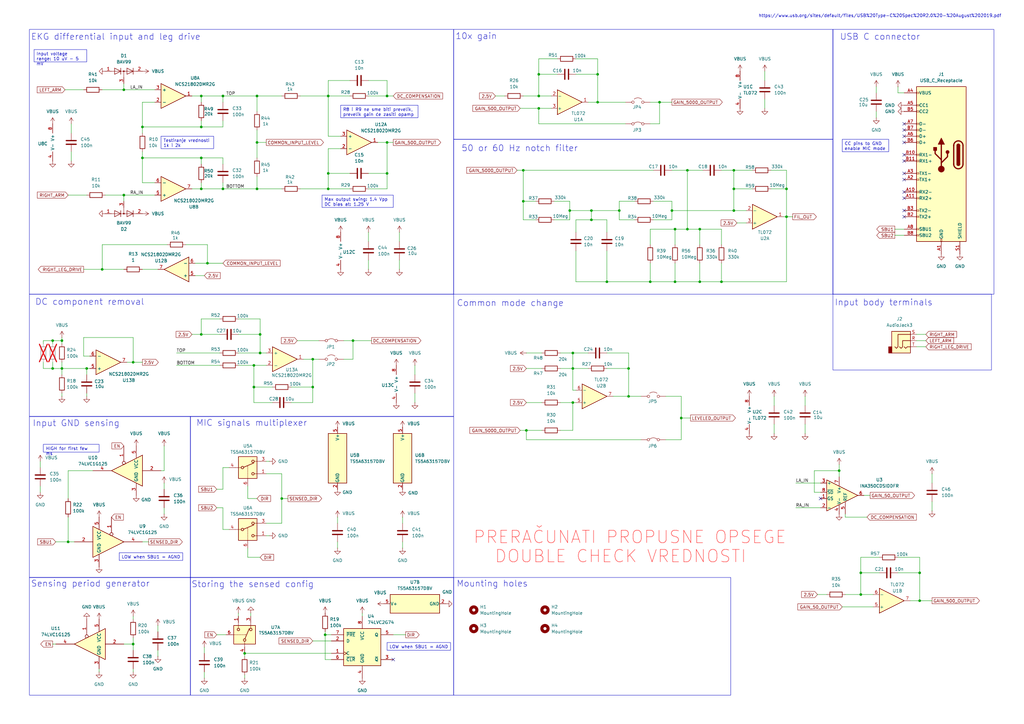
<source format=kicad_sch>
(kicad_sch (version 20250114) (generator "eeschema") (generator_version "9.0")
  (paper "A3")
  (title_block (title "Petnički EKG"))
  (rectangle (start 12.065 120.65) (end 186.055 170.815))
  (rectangle (start 341.63 12.065) (end 407.67 120.65))
  (rectangle (start 186.055 12.065) (end 341.63 57.15))
  (rectangle (start 78.105 236.855) (end 186.055 285.115))
  (rectangle (start 186.055 57.15) (end 341.63 120.65))
  (rectangle (start 341.63 120.65) (end 406.654 151.765))
  (rectangle (start 12.065 12.065) (end 186.055 120.65))
  (rectangle (start 12.065 170.815) (end 78.105 236.855))
  (rectangle (start 186.055 236.855) (end 299.72 285.115))
  (rectangle (start 12.065 236.855) (end 78.105 285.115))
  (rectangle (start 78.105 170.815) (end 186.055 236.855))
  (text "10x gain" (at 195.326 14.986 0) (effects (font (size 2.54 2.54))))
  (text "USB C connector" (at 360.934 15.24 0) (effects (font (size 2.54 2.54))))
  (text "MIC signals multiplexer\n" (at 103.251 173.609 0) (effects (font (size 2.54 2.54))))
  (text "Storing the sensed config\n" (at 103.632 239.776 0) (effects (font (size 2.54 2.54))))
  (text "Sensing period generator\n" (at 37.084 239.522 0) (effects (font (size 2.54 2.54))))
  (text "Input body terminals" (at 362.458 124.206 0) (effects (font (size 2.54 2.54))))
  (text "Mounting holes" (at 187.198 239.522 0) (effects (font (size 2.54 2.54)) (justify left)))
  (text "DOUBLE CHECK VREDNOSTI" (at 254.508 228.346 0) (effects (font (size 5.08 5.08))))
  (text "DC component removal" (at 36.83 123.952 0) (effects (font (size 2.54 2.54))))
  (text "50 or 60 Hz notch filter" (at 189.23 60.96 0) (effects (font (size 2.54 2.54)) (justify left)))
  (text "PRERAČUNATI PROPUSNE OPSEGE" (at 258.318 220.472 0) (effects (font (size 5.08 5.08))))
  (text "Input GND sensing" (at 31.242 173.736 0) (effects (font (size 2.54 2.54))))
  (text "https://www.usb.org/sites/default/files/USB%20Type-C%20Spec%20R2.0%20-%20August%202019.pdf\n" (at 360.934 6.604 0) (effects (font (size 1.27 1.27))))
  (text "EKG differential input and leg drive" (at 47.498 15.24 0) (effects (font (size 2.54 2.54))))
  (text "Common mode change" (at 209.296 124.46 0) (effects (font (size 2.54 2.54))))
  (text_box "Input voltage range: 10 uV - 5 mV" (at 13.97 20.32 0) (size 21.59 5.08) (margins 0.9525 0.9525 0.9525 0.9525) (effects (font (size 1.27 1.27)) (justify left top)))
  (text_box "LOW when SBU1 = AGND" (at 48.895 226.695 0) (size 26.035 3.175) (margins 0.9525 0.9525 0.9525 0.9525) (effects (font (size 1.27 1.27)) (justify left top)))
  (text_box "CC pins to GND\nenable MIC mode" (at 345.44 57.15 0) (size 19.05 5.08) (margins 0.9525 0.9525 0.9525 0.9525) (effects (font (size 1.27 1.27)) (justify left top)))
  (text_box "LOW when SBU1 = AGND" (at 158.75 263.525 0) (size 26.035 3.175) (margins 0.9525 0.9525 0.9525 0.9525) (effects (font (size 1.27 1.27)) (justify left top)))
  (text_box "HIGH for first few ms" (at 17.78 182.245 0) (size 22.86 3.175) (margins 0.9525 0.9525 0.9525 0.9525) (effects (font (size 1.27 1.27)) (justify left top)))
  (text_box "Testiranje vrednosti \n1k i 2k" (at 66.04 55.88 0) (size 21.59 5.08) (margins 0.9525 0.9525 0.9525 0.9525) (effects (font (size 1.27 1.27)) (justify left top)))
  (text_box "Max output swing: 1.4 Vpp\nDC bias at: 1.25 V" (at 132.08 80.01 0) (size 29.21 5.08) (margins 0.9525 0.9525 0.9525 0.9525) (effects (font (size 1.27 1.27)) (justify left top)))
  (text_box "R8 i R9 ne sme biti prevelik, \nprevelik gain će zasiti opamp" (at 139.7 43.18 0) (size 31.75 5.08) (margins 0.9525 0.9525 0.9525 0.9525) (effects (font (size 1.27 1.27)) (justify left top)))
  (junction (at 281.94 69.85))
  (junction (at 322.58 88.9))
  (junction (at 234.95 165.1))
  (junction (at 91.44 77.47))
  (junction (at 104.14 149.86))
  (junction (at 25.4 151.13))
  (junction (at 220.98 39.37))
  (junction (at 82.55 77.47))
  (junction (at 158.75 58.42))
  (junction (at 245.11 41.91))
  (junction (at 257.81 162.56))
  (junction (at 300.99 69.85))
  (junction (at 242.57 90.17))
  (junction (at 215.9 176.53))
  (junction (at 27.94 222.25))
  (junction (at 233.68 86.36))
  (junction (at 214.63 82.55))
  (junction (at 220.98 44.45))
  (junction (at 353.06 243.84))
  (junction (at 257.81 151.13))
  (junction (at 248.92 115.57))
  (junction (at 245.11 30.48))
  (junction (at 105.41 39.37))
  (junction (at 300.99 86.36))
  (junction (at 106.68 144.78))
  (junction (at 133.35 260.35))
  (junction (at 105.41 77.47))
  (junction (at 295.91 115.57))
  (junction (at 82.55 39.37))
  (junction (at 300.99 77.47))
  (junction (at 270.51 41.91))
  (junction (at 234.95 144.78))
  (junction (at 266.7 115.57))
  (junction (at 54.61 264.16))
  (junction (at 377.19 234.95))
  (junction (at 134.62 39.37))
  (junction (at 287.02 93.98))
  (junction (at 50.8 80.01))
  (junction (at 104.14 158.75))
  (junction (at 134.62 77.47))
  (junction (at 158.75 71.12))
  (junction (at 281.94 93.98))
  (junction (at 377.19 246.38))
  (junction (at 220.98 30.48))
  (junction (at 254 86.36))
  (junction (at 58.42 52.07))
  (junction (at 279.4 171.45))
  (junction (at 128.27 147.32))
  (junction (at 105.41 58.42))
  (junction (at 115.57 204.47))
  (junction (at 287.02 115.57))
  (junction (at 276.86 93.98))
  (junction (at 82.55 137.16))
  (junction (at 41.91 110.49))
  (junction (at 234.95 151.13))
  (junction (at 35.56 151.13))
  (junction (at 58.42 64.77))
  (junction (at 82.55 64.77))
  (junction (at 144.78 139.7))
  (junction (at 91.44 39.37))
  (junction (at 21.59 151.13))
  (junction (at 54.61 148.59))
  (junction (at 82.55 52.07))
  (junction (at 158.75 39.37))
  (junction (at 353.06 234.95))
  (junction (at 275.59 86.36))
  (junction (at 25.4 139.7))
  (junction (at 344.17 193.04))
  (junction (at 242.57 86.36))
  (junction (at 128.27 158.75))
  (junction (at 50.8 36.83))
  (junction (at 214.63 69.85))
  (junction (at 276.86 115.57))
  (junction (at 85.09 107.95))
  (junction (at 100.33 267.97))
  (junction (at 106.68 137.16))
  (junction (at 322.58 77.47))
  (junction (at 21.59 139.7))
  (junction (at 134.62 71.12))
  (no_connect (at 370.84 63.5))
  (no_connect (at 370.84 81.28))
  (no_connect (at 370.84 88.9))
  (no_connect (at 161.29 270.51))
  (no_connect (at 370.84 50.8))
  (no_connect (at 370.84 71.12))
  (no_connect (at 370.84 55.88))
  (no_connect (at 370.84 78.74))
  (no_connect (at 370.84 73.66))
  (no_connect (at 370.84 86.36))
  (no_connect (at 370.84 58.42))
  (no_connect (at 370.84 66.04))
  (no_connect (at 336.55 204.47))
  (no_connect (at 370.84 53.34))
  (wire (pts (xy 134.62 39.37) (xy 134.62 55.88)))
  (wire (pts (xy 270.51 41.91) (xy 275.59 41.91)))
  (wire (pts (xy 91.44 107.95) (xy 85.09 107.95)))
  (wire (pts (xy 234.95 165.1) (xy 236.22 165.1)))
  (wire (pts (xy 115.57 204.47) (xy 115.57 214.63)))
  (wire (pts (xy 123.19 77.47) (xy 134.62 77.47)))
  (wire (pts (xy 379.73 142.24) (xy 375.92 142.24)))
  (wire (pts (xy 91.44 208.28) (xy 91.44 217.17)))
  (wire (pts (xy 220.98 24.13) (xy 228.6 24.13)))
  (wire (pts (xy 227.33 82.55) (xy 233.68 82.55)))
  (wire (pts (xy 279.4 171.45) (xy 283.21 171.45)))
  (wire (pts (xy 245.11 41.91) (xy 256.54 41.91)))
  (wire (pts (xy 326.39 198.12) (xy 336.55 198.12)))
  (wire (pts (xy 322.58 69.85) (xy 322.58 77.47)))
  (wire (pts (xy 322.58 77.47) (xy 322.58 88.9)))
  (wire (pts (xy 63.5 74.93) (xy 58.42 74.93)))
  (wire (pts (xy 151.13 110.49) (xy 151.13 106.68)))
  (wire (pts (xy 82.55 137.16) (xy 82.55 130.81)))
  (wire (pts (xy 321.31 88.9) (xy 322.58 88.9)))
  (wire (pts (xy 106.68 130.81) (xy 106.68 137.16)))
  (wire (pts (xy 17.78 148.59) (xy 17.78 151.13)))
  (wire (pts (xy 215.9 180.34) (xy 215.9 176.53)))
  (wire (pts (xy 236.22 102.87) (xy 236.22 115.57)))
  (wire (pts (xy 58.42 64.77) (xy 82.55 64.77)))
  (wire (pts (xy 25.4 148.59) (xy 25.4 151.13)))
  (wire (pts (xy 134.62 77.47) (xy 134.62 71.12)))
  (wire (pts (xy 133.35 259.08) (xy 133.35 260.35)))
  (wire (pts (xy 27.94 222.25) (xy 27.94 212.09)))
  (wire (pts (xy 97.79 251.46) (xy 97.79 252.73)))
  (wire (pts (xy 82.55 64.77) (xy 82.55 67.31)))
  (wire (pts (xy 128.27 147.32) (xy 128.27 158.75)))
  (wire (pts (xy 276.86 93.98) (xy 281.94 93.98)))
  (wire (pts (xy 275.59 86.36) (xy 275.59 90.17)))
  (wire (pts (xy 295.91 69.85) (xy 300.99 69.85)))
  (wire (pts (xy 346.71 212.09) (xy 346.71 210.82)))
  (wire (pts (xy 233.68 86.36) (xy 233.68 90.17)))
  (wire (pts (xy 88.9 208.28) (xy 91.44 208.28)))
  (wire (pts (xy 104.14 149.86) (xy 109.22 149.86)))
  (wire (pts (xy 128.27 262.89) (xy 135.89 262.89)))
  (wire (pts (xy 105.41 204.47) (xy 101.6 204.47)))
  (wire (pts (xy 63.5 41.91) (xy 58.42 41.91)))
  (wire (pts (xy 105.41 39.37) (xy 115.57 39.37)))
  (wire (pts (xy 326.39 208.28) (xy 336.55 208.28)))
  (wire (pts (xy 26.67 36.83) (xy 34.29 36.83)))
  (wire (pts (xy 344.17 193.04) (xy 344.17 190.5)))
  (wire (pts (xy 100.33 267.97) (xy 135.89 267.97)))
  (wire (pts (xy 54.61 252.73) (xy 54.61 254)))
  (wire (pts (xy 220.98 30.48) (xy 220.98 39.37)))
  (wire (pts (xy 275.59 82.55) (xy 267.97 82.55)))
  (wire (pts (xy 17.78 140.97) (xy 17.78 139.7)))
  (wire (pts (xy 21.59 264.16) (xy 22.86 264.16)))
  (wire (pts (xy 25.4 151.13) (xy 35.56 151.13)))
  (wire (pts (xy 213.36 44.45) (xy 220.98 44.45)))
  (wire (pts (xy 64.77 266.7) (xy 64.77 269.24)))
  (wire (pts (xy 234.95 144.78) (xy 234.95 151.13)))
  (wire (pts (xy 242.57 90.17) (xy 248.92 90.17)))
  (wire (pts (xy 115.57 204.47) (xy 115.57 194.31)))
  (wire (pts (xy 58.42 52.07) (xy 82.55 52.07)))
  (wire (pts (xy 85.09 107.95) (xy 85.09 100.33)))
  (wire (pts (xy 257.81 151.13) (xy 257.81 162.56)))
  (wire (pts (xy 50.8 36.83) (xy 50.8 34.29)))
  (wire (pts (xy 109.22 194.31) (xy 115.57 194.31)))
  (wire (pts (xy 58.42 41.91) (xy 58.42 52.07)))
  (wire (pts (xy 300.99 77.47) (xy 300.99 86.36)))
  (wire (pts (xy 27.94 193.04) (xy 27.94 204.47)))
  (wire (pts (xy 105.41 53.34) (xy 105.41 58.42)))
  (wire (pts (xy 97.79 137.16) (xy 106.68 137.16)))
  (wire (pts (xy 281.94 69.85) (xy 288.29 69.85)))
  (wire (pts (xy 138.43 222.25) (xy 138.43 224.79)))
  (wire (pts (xy 91.44 200.66) (xy 91.44 191.77)))
  (wire (pts (xy 353.06 234.95) (xy 353.06 243.84)))
  (wire (pts (xy 353.06 228.6) (xy 353.06 234.95)))
  (wire (pts (xy 344.17 193.04) (xy 334.01 193.04)))
  (wire (pts (xy 215.9 144.78) (xy 222.25 144.78)))
  (wire (pts (xy 166.37 260.35) (xy 161.29 260.35)))
  (wire (pts (xy 58.42 74.93) (xy 58.42 64.77)))
  (wire (pts (xy 317.5 177.8) (xy 317.5 173.99)))
  (wire (pts (xy 58.42 222.25) (xy 60.96 222.25)))
  (wire (pts (xy 254 86.36) (xy 254 82.55)))
  (wire (pts (xy 104.14 158.75) (xy 111.76 158.75)))
  (wire (pts (xy 300.99 77.47) (xy 308.61 77.47)))
  (wire (pts (xy 248.92 151.13) (xy 257.81 151.13)))
  (wire (pts (xy 41.91 110.49) (xy 50.8 110.49)))
  (wire (pts (xy 151.13 77.47) (xy 158.75 77.47)))
  (wire (pts (xy 105.41 72.39) (xy 105.41 77.47)))
  (wire (pts (xy 67.31 208.28) (xy 67.31 210.82)))
  (wire (pts (xy 313.69 29.21) (xy 313.69 33.02)))
  (wire (pts (xy 128.27 165.1) (xy 128.27 158.75)))
  (wire (pts (xy 334.01 201.93) (xy 336.55 201.93)))
  (wire (pts (xy 83.82 275.59) (xy 83.82 278.13)))
  (wire (pts (xy 275.59 69.85) (xy 281.94 69.85)))
  (wire (pts (xy 353.06 243.84) (xy 358.14 243.84)))
  (wire (pts (xy 21.59 139.7) (xy 25.4 139.7)))
  (wire (pts (xy 158.75 33.02) (xy 158.75 39.37)))
  (wire (pts (xy 97.79 144.78) (xy 106.68 144.78)))
  (wire (pts (xy 212.09 69.85) (xy 214.63 69.85)))
  (wire (pts (xy 82.55 49.53) (xy 82.55 52.07)))
  (wire (pts (xy 163.83 106.68) (xy 163.83 110.49)))
  (wire (pts (xy 104.14 165.1) (xy 104.14 158.75)))
  (wire (pts (xy 82.55 74.93) (xy 82.55 77.47)))
  (wire (pts (xy 29.21 50.8) (xy 29.21 54.61)))
  (wire (pts (xy 359.41 45.72) (xy 359.41 48.26)))
  (wire (pts (xy 119.38 158.75) (xy 128.27 158.75)))
  (wire (pts (xy 158.75 39.37) (xy 161.29 39.37)))
  (wire (pts (xy 25.4 151.13) (xy 25.4 153.67)))
  (wire (pts (xy 236.22 30.48) (xy 245.11 30.48)))
  (wire (pts (xy 267.97 90.17) (xy 275.59 90.17)))
  (wire (pts (xy 35.56 151.13) (xy 36.83 151.13)))
  (wire (pts (xy 151.13 33.02) (xy 158.75 33.02)))
  (wire (pts (xy 148.59 251.46) (xy 148.59 252.73)))
  (wire (pts (xy 266.7 50.8) (xy 270.51 50.8)))
  (wire (pts (xy 273.05 162.56) (xy 279.4 162.56)))
  (wire (pts (xy 80.01 107.95) (xy 85.09 107.95)))
  (wire (pts (xy 382.27 194.31) (xy 382.27 198.12)))
  (wire (pts (xy 377.19 246.38) (xy 382.27 246.38)))
  (wire (pts (xy 29.21 66.04) (xy 29.21 62.23)))
  (wire (pts (xy 67.31 182.88) (xy 67.31 193.04)))
  (wire (pts (xy 50.8 80.01) (xy 63.5 80.01)))
  (wire (pts (xy 220.98 44.45) (xy 226.06 44.45)))
  (wire (pts (xy 228.6 30.48) (xy 220.98 30.48)))
  (wire (pts (xy 72.39 149.86) (xy 90.17 149.86)))
  (wire (pts (xy 41.91 100.33) (xy 41.91 110.49)))
  (wire (pts (xy 27.94 80.01) (xy 35.56 80.01)))
  (wire (pts (xy 35.56 161.29) (xy 35.56 162.56)))
  (wire (pts (xy 17.78 139.7) (xy 21.59 139.7)))
  (wire (pts (xy 25.4 139.7) (xy 25.4 140.97)))
  (wire (pts (xy 105.41 58.42) (xy 105.41 64.77)))
  (wire (pts (xy 134.62 71.12) (xy 134.62 60.96)))
  (wire (pts (xy 97.79 130.81) (xy 106.68 130.81)))
  (wire (pts (xy 144.78 139.7) (xy 152.4 139.7)))
  (wire (pts (xy 220.98 39.37) (xy 226.06 39.37)))
  (wire (pts (xy 115.57 204.47) (xy 118.11 204.47)))
  (wire (pts (xy 134.62 77.47) (xy 143.51 77.47)))
  (wire (pts (xy 300.99 69.85) (xy 308.61 69.85)))
  (wire (pts (xy 88.9 260.35) (xy 92.71 260.35)))
  (wire (pts (xy 134.62 55.88) (xy 139.7 55.88)))
  (wire (pts (xy 91.44 74.93) (xy 91.44 77.47)))
  (wire (pts (xy 91.44 77.47) (xy 105.41 77.47)))
  (wire (pts (xy 130.81 139.7) (xy 121.92 139.7)))
  (wire (pts (xy 215.9 180.34) (xy 262.89 180.34)))
  (wire (pts (xy 138.43 212.09) (xy 138.43 214.63)))
  (wire (pts (xy 229.87 176.53) (xy 234.95 176.53)))
  (wire (pts (xy 236.22 90.17) (xy 242.57 90.17)))
  (wire (pts (xy 130.81 147.32) (xy 128.27 147.32)))
  (wire (pts (xy 97.79 149.86) (xy 104.14 149.86)))
  (wire (pts (xy 257.81 162.56) (xy 262.89 162.56)))
  (wire (pts (xy 214.63 82.55) (xy 214.63 90.17)))
  (wire (pts (xy 85.09 100.33) (xy 76.2 100.33)))
  (wire (pts (xy 213.36 176.53) (xy 215.9 176.53)))
  (wire (pts (xy 58.42 110.49) (xy 64.77 110.49)))
  (wire (pts (xy 34.29 146.05) (xy 36.83 146.05)))
  (wire (pts (xy 134.62 33.02) (xy 134.62 39.37)))
  (wire (pts (xy 101.6 199.39) (xy 101.6 204.47)))
  (wire (pts (xy 214.63 82.55) (xy 219.71 82.55)))
  (wire (pts (xy 248.92 115.57) (xy 236.22 115.57)))
  (wire (pts (xy 16.51 199.39) (xy 16.51 201.93)))
  (wire (pts (xy 254 90.17) (xy 260.35 90.17)))
  (wire (pts (xy 91.44 217.17) (xy 93.98 217.17)))
  (wire (pts (xy 287.02 115.57) (xy 295.91 115.57)))
  (wire (pts (xy 344.17 193.04) (xy 344.17 195.58)))
  (wire (pts (xy 123.19 39.37) (xy 134.62 39.37)))
  (wire (pts (xy 64.77 256.54) (xy 64.77 259.08)))
  (wire (pts (xy 276.86 107.95) (xy 276.86 115.57)))
  (wire (pts (xy 54.61 274.32) (xy 54.61 275.59)))
  (wire (pts (xy 140.97 139.7) (xy 144.78 139.7)))
  (wire (pts (xy 359.41 35.56) (xy 359.41 38.1)))
  (wire (pts (xy 245.11 30.48) (xy 245.11 41.91)))
  (wire (pts (xy 100.33 267.97) (xy 100.33 269.24)))
  (wire (pts (xy 91.44 191.77) (xy 93.98 191.77)))
  (wire (pts (xy 287.02 93.98) (xy 295.91 93.98)))
  (wire (pts (xy 330.2 173.99) (xy 330.2 177.8)))
  (wire (pts (xy 214.63 69.85) (xy 214.63 82.55)))
  (wire (pts (xy 316.23 77.47) (xy 322.58 77.47)))
  (wire (pts (xy 82.55 64.77) (xy 91.44 64.77)))
  (wire (pts (xy 214.63 39.37) (xy 220.98 39.37)))
  (wire (pts (xy 100.33 276.86) (xy 100.33 278.13)))
  (wire (pts (xy 144.78 147.32) (xy 140.97 147.32)))
  (wire (pts (xy 229.87 144.78) (xy 234.95 144.78)))
  (wire (pts (xy 300.99 69.85) (xy 300.99 77.47)))
  (wire (pts (xy 234.95 160.02) (xy 236.22 160.02)))
  (wire (pts (xy 330.2 162.56) (xy 330.2 166.37)))
  (wire (pts (xy 242.57 86.36) (xy 254 86.36)))
  (wire (pts (xy 379.73 137.16) (xy 375.92 137.16)))
  (wire (pts (xy 40.64 275.59) (xy 40.64 274.32)))
  (wire (pts (xy 215.9 176.53) (xy 222.25 176.53)))
  (wire (pts (xy 82.55 39.37) (xy 82.55 41.91)))
  (wire (pts (xy 234.95 151.13) (xy 241.3 151.13)))
  (wire (pts (xy 215.9 165.1) (xy 222.25 165.1)))
  (wire (pts (xy 105.41 77.47) (xy 115.57 77.47)))
  (wire (pts (xy 316.23 69.85) (xy 322.58 69.85)))
  (wire (pts (xy 22.86 222.25) (xy 27.94 222.25)))
  (wire (pts (xy 373.38 246.38) (xy 377.19 246.38)))
  (wire (pts (xy 110.49 189.23) (xy 109.22 189.23)))
  (wire (pts (xy 67.31 193.04) (xy 66.04 193.04)))
  (wire (pts (xy 382.27 209.55) (xy 382.27 205.74)))
  (wire (pts (xy 16.51 189.23) (xy 16.51 191.77)))
  (wire (pts (xy 266.7 93.98) (xy 266.7 100.33)))
  (wire (pts (xy 83.82 265.43) (xy 83.82 267.97)))
  (wire (pts (xy 50.8 80.01) (xy 50.8 82.55)))
  (wire (pts (xy 91.44 67.31) (xy 91.44 64.77)))
  (wire (pts (xy 134.62 39.37) (xy 143.51 39.37)))
  (wire (pts (xy 227.33 90.17) (xy 233.68 90.17)))
  (wire (pts (xy 335.28 243.84) (xy 339.09 243.84)))
  (wire (pts (xy 379.73 139.7) (xy 375.92 139.7)))
  (wire (pts (xy 302.26 91.44) (xy 306.07 91.44)))
  (wire (pts (xy 353.06 228.6) (xy 360.68 228.6)))
  (wire (pts (xy 102.87 251.46) (xy 102.87 252.73)))
  (wire (pts (xy 27.94 193.04) (xy 38.1 193.04)))
  (wire (pts (xy 248.92 102.87) (xy 248.92 115.57)))
  (wire (pts (xy 248.92 144.78) (xy 257.81 144.78)))
  (wire (pts (xy 295.91 107.95) (xy 295.91 115.57)))
  (wire (pts (xy 236.22 90.17) (xy 236.22 95.25)))
  (wire (pts (xy 322.58 88.9) (xy 325.12 88.9)))
  (wire (pts (xy 215.9 151.13) (xy 222.25 151.13)))
  (wire (pts (xy 267.97 69.85) (xy 214.63 69.85)))
  (wire (pts (xy 104.14 149.86) (xy 104.14 158.75)))
  (wire (pts (xy 43.18 80.01) (xy 50.8 80.01)))
  (wire (pts (xy 101.6 224.79) (xy 101.6 228.6)))
  (wire (pts (xy 91.44 49.53) (xy 91.44 52.07)))
  (wire (pts (xy 158.75 58.42) (xy 161.29 58.42)))
  (wire (pts (xy 276.86 100.33) (xy 276.86 93.98)))
  (wire (pts (xy 248.92 115.57) (xy 266.7 115.57)))
  (wire (pts (xy 287.02 107.95) (xy 287.02 115.57)))
  (wire (pts (xy 106.68 228.6) (xy 101.6 228.6)))
  (wire (pts (xy 220.98 24.13) (xy 220.98 30.48)))
  (wire (pts (xy 67.31 198.12) (xy 67.31 200.66)))
  (wire (pts (xy 377.19 234.95) (xy 377.19 246.38)))
  (wire (pts (xy 82.55 77.47) (xy 91.44 77.47)))
  (wire (pts (xy 377.19 234.95) (xy 377.19 228.6)))
  (wire (pts (xy 54.61 148.59) (xy 52.07 148.59)))
  (wire (pts (xy 54.61 261.62) (xy 54.61 264.16)))
  (wire (pts (xy 54.61 138.43) (xy 54.61 148.59)))
  (wire (pts (xy 317.5 162.56) (xy 317.5 166.37)))
  (wire (pts (xy 119.38 165.1) (xy 128.27 165.1)))
  (wire (pts (xy 234.95 165.1) (xy 234.95 176.53)))
  (wire (pts (xy 90.17 137.16) (xy 82.55 137.16)))
  (wire (pts (xy 151.13 95.25) (xy 151.13 99.06)))
  (wire (pts (xy 106.68 144.78) (xy 109.22 144.78)))
  (wire (pts (xy 266.7 115.57) (xy 276.86 115.57)))
  (wire (pts (xy 355.6 212.09) (xy 346.71 212.09)))
  (wire (pts (xy 110.49 219.71) (xy 109.22 219.71)))
  (wire (pts (xy 54.61 264.16) (xy 50.8 264.16)))
  (wire (pts (xy 154.94 58.42) (xy 158.75 58.42)))
  (wire (pts (xy 30.48 222.25) (xy 27.94 222.25)))
  (wire (pts (xy 229.87 165.1) (xy 234.95 165.1)))
  (wire (pts (xy 368.3 38.1) (xy 370.84 38.1)))
  (wire (pts (xy 25.4 161.29) (xy 25.4 162.56)))
  (wire (pts (xy 82.55 77.47) (xy 78.74 77.47)))
  (wire (pts (xy 256.54 50.8) (xy 220.98 50.8)))
  (wire (pts (xy 306.07 86.36) (xy 300.99 86.36)))
  (wire (pts (xy 273.05 180.34) (xy 279.4 180.34)))
  (wire (pts (xy 105.41 58.42) (xy 109.22 58.42)))
  (wire (pts (xy 41.91 100.33) (xy 68.58 100.33)))
  (wire (pts (xy 281.94 69.85) (xy 281.94 93.98)))
  (wire (pts (xy 133.35 260.35) (xy 135.89 260.35)))
  (wire (pts (xy 35.56 153.67) (xy 35.56 151.13)))
  (wire (pts (xy 54.61 148.59) (xy 58.42 148.59)))
  (wire (pts (xy 83.82 113.03) (xy 80.01 113.03)))
  (wire (pts (xy 34.29 110.49) (xy 41.91 110.49)))
  (wire (pts (xy 21.59 140.97) (xy 21.59 139.7)))
  (wire (pts (xy 21.59 148.59) (xy 21.59 151.13)))
  (wire (pts (xy 165.1 212.09) (xy 165.1 214.63)))
  (wire (pts (xy 203.2 39.37) (xy 207.01 39.37)))
  (wire (pts (xy 135.89 270.51) (xy 133.35 270.51)))
  (wire (pts (xy 276.86 115.57) (xy 287.02 115.57)))
  (wire (pts (xy 25.4 138.43) (xy 25.4 139.7)))
  (wire (pts (xy 234.95 144.78) (xy 241.3 144.78)))
  (wire (pts (xy 233.68 86.36) (xy 242.57 86.36)))
  (wire (pts (xy 234.95 151.13) (xy 234.95 160.02)))
  (wire (pts (xy 279.4 162.56) (xy 279.4 171.45)))
  (wire (pts (xy 133.35 270.51) (xy 133.35 260.35)))
  (wire (pts (xy 266.7 41.91) (xy 270.51 41.91)))
  (wire (pts (xy 354.33 203.2) (xy 356.87 203.2)))
  (wire (pts (xy 82.55 130.81) (xy 90.17 130.81)))
  (wire (pts (xy 236.22 24.13) (xy 245.11 24.13)))
  (wire (pts (xy 241.3 41.91) (xy 245.11 41.91)))
  (wire (pts (xy 144.78 139.7) (xy 144.78 147.32)))
  (wire (pts (xy 124.46 147.32) (xy 128.27 147.32)))
  (wire (pts (xy 58.42 62.23) (xy 58.42 64.77)))
  (wire (pts (xy 134.62 71.12) (xy 143.51 71.12)))
  (wire (pts (xy 270.51 50.8) (xy 270.51 41.91)))
  (wire (pts (xy 233.68 82.55) (xy 233.68 86.36)))
  (wire (pts (xy 82.55 39.37) (xy 91.44 39.37)))
  (wire (pts (xy 254 86.36) (xy 254 90.17)))
  (wire (pts (xy 313.69 44.45) (xy 313.69 40.64)))
  (wire (pts (xy 257.81 144.78) (xy 257.81 151.13)))
  (wire (pts (xy 50.8 36.83) (xy 63.5 36.83)))
  (wire (pts (xy 368.3 35.56) (xy 368.3 38.1)))
  (wire (pts (xy 163.83 95.25) (xy 163.83 99.06)))
  (wire (pts (xy 58.42 52.07) (xy 58.42 54.61)))
  (wire (pts (xy 109.22 214.63) (xy 115.57 214.63)))
  (wire (pts (xy 170.18 161.29) (xy 170.18 165.1)))
  (wire (pts (xy 322.58 88.9) (xy 322.58 115.57)))
  (wire (pts (xy 266.7 107.95) (xy 266.7 115.57)))
  (wire (pts (xy 82.55 52.07) (xy 91.44 52.07)))
  (wire (pts (xy 34.29 138.43) (xy 34.29 146.05)))
  (wire (pts (xy 143.51 33.02) (xy 134.62 33.02)))
  (wire (pts (xy 91.44 39.37) (xy 105.41 39.37)))
  (wire (pts (xy 266.7 93.98) (xy 276.86 93.98)))
  (wire (pts (xy 275.59 82.55) (xy 275.59 86.36)))
  (wire (pts (xy 158.75 77.47) (xy 158.75 71.12)))
  (wire (pts (xy 72.39 144.78) (xy 90.17 144.78)))
  (wire (pts (xy 220.98 50.8) (xy 220.98 44.45)))
  (wire (pts (xy 78.74 137.16) (xy 82.55 137.16)))
  (wire (pts (xy 21.59 151.13) (xy 25.4 151.13)))
  (wire (pts (xy 334.01 193.04) (xy 334.01 201.93)))
  (wire (pts (xy 88.9 200.66) (xy 91.44 200.66)))
  (wire (pts (xy 242.57 86.36) (xy 242.57 90.17)))
  (wire (pts (xy 281.94 93.98) (xy 287.02 93.98)))
  (wire (pts (xy 134.62 60.96) (xy 139.7 60.96)))
  (wire (pts (xy 245.11 30.48) (xy 245.11 24.13)))
  (wire (pts (xy 287.02 100.33) (xy 287.02 93.98)))
  (wire (pts (xy 295.91 100.33) (xy 295.91 93.98)))
  (wire (pts (xy 165.1 222.25) (xy 165.1 224.79)))
  (wire (pts (xy 360.68 234.95) (xy 353.06 234.95)))
  (wire (pts (xy 17.78 151.13) (xy 21.59 151.13)))
  (wire (pts (xy 254 82.55) (xy 260.35 82.55)))
  (wire (pts (xy 295.91 115.57) (xy 322.58 115.57)))
  (wire (pts (xy 91.44 41.91) (xy 91.44 39.37)))
  (wire (pts (xy 111.76 165.1) (xy 104.14 165.1)))
  (wire (pts (xy 41.91 36.83) (xy 50.8 36.83)))
  (wire (pts (xy 34.29 138.43) (xy 54.61 138.43)))
  (wire (pts (xy 54.61 264.16) (xy 54.61 266.7)))
  (wire (pts (xy 105.41 39.37) (xy 105.41 45.72)))
  (wire (pts (xy 151.13 39.37) (xy 158.75 39.37)))
  (wire (pts (xy 367.03 96.52) (xy 370.84 96.52)))
  (wire (pts (xy 368.3 234.95) (xy 377.19 234.95)))
  (wire (pts (xy 367.03 93.98) (xy 370.84 93.98)))
  (wire (pts (xy 229.87 151.13) (xy 234.95 151.13)))
  (wire (pts (xy 170.18 149.86) (xy 170.18 153.67)))
  (wire (pts (xy 368.3 228.6) (xy 377.19 228.6)))
  (wire (pts (xy 106.68 144.78) (xy 106.68 137.16)))
  (wire (pts (xy 257.81 162.56) (xy 251.46 162.56)))
  (wire (pts (xy 346.71 243.84) (xy 353.06 243.84)))
  (wire (pts (xy 345.44 248.92) (xy 358.14 248.92)))
  (wire (pts (xy 279.4 171.45) (xy 279.4 180.34)))
  (wire (pts (xy 78.74 39.37) (xy 82.55 39.37)))
  (wire (pts (xy 248.92 90.17) (xy 248.92 95.25)))
  (wire (pts (xy 275.59 86.36) (xy 300.99 86.36)))
  (wire (pts (xy 158.75 71.12) (xy 158.75 58.42)))
  (wire (pts (xy 214.63 90.17) (xy 219.71 90.17)))
  (wire (pts (xy 151.13 71.12) (xy 158.75 71.12)))
  (label "TOP" (at 72.39 144.78 0))
  (label "BOTTOM" (at 92.71 77.47 0))
  (label "LA_IN" (at 53.34 36.83 0))
  (label "BOTTOM" (at 72.39 149.86 0))
  (label "TOP" (at 92.71 39.37 0))
  (label "RA_IN" (at 326.39 208.28 0))
  (label "RA_IN" (at 53.34 80.01 0))
  (label "LA_IN" (at 326.39 198.12 0))
  (global_label "COMMON_INPUT_LEVEL" (shape input) (at 91.44 107.95 0) (property "Intersheetrefs" "${INTERSHEET_REFS}" (effects (hide yes))))
  (global_label "2.5V" (shape input) (at 215.9 165.1 180) (property "Intersheetrefs" "${INTERSHEET_REFS}" (effects (hide yes))))
  (global_label "SBU1" (shape output) (at 367.03 93.98 180) (property "Intersheetrefs" "${INTERSHEET_REFS}" (effects (hide yes))))
  (global_label "SENSED_DIR" (shape output) (at 60.96 222.25 0) (property "Intersheetrefs" "${INTERSHEET_REFS}" (effects (hide yes))))
  (global_label "DC_COMPENSATION" (shape output) (at 152.4 139.7 0) (property "Intersheetrefs" "${INTERSHEET_REFS}" (effects (hide yes))))
  (global_label "RIGHT_LEG_DRIVE" (shape input) (at 379.73 142.24 0) (property "Intersheetrefs" "${INTERSHEET_REFS}" (effects (hide yes))))
  (global_label "2.5V" (shape input) (at 203.2 39.37 180) (property "Intersheetrefs" "${INTERSHEET_REFS}" (effects (hide yes))))
  (global_label "LEVELED_OUTPUT" (shape output) (at 283.21 171.45 0) (property "Intersheetrefs" "${INTERSHEET_REFS}" (effects (hide yes))))
  (global_label "DIR" (shape input) (at 106.68 228.6 0) (property "Intersheetrefs" "${INTERSHEET_REFS}" (effects (hide yes))))
  (global_label "SENSED_DIR" (shape input) (at 128.27 262.89 180) (property "Intersheetrefs" "${INTERSHEET_REFS}" (effects (hide yes))))
  (global_label "EN" (shape input) (at 45.72 212.09 0) (property "Intersheetrefs" "${INTERSHEET_REFS}" (effects (hide yes))))
  (global_label "2.5V" (shape input) (at 335.28 243.84 180) (property "Intersheetrefs" "${INTERSHEET_REFS}" (effects (hide yes))))
  (global_label "SBU1" (shape input) (at 22.86 222.25 180) (property "Intersheetrefs" "${INTERSHEET_REFS}" (effects (hide yes))))
  (global_label "GAIN_50_OUTPUT" (shape output) (at 356.87 203.2 0) (property "Intersheetrefs" "${INTERSHEET_REFS}" (effects (hide yes))))
  (global_label "DC_COMPENSATION" (shape input) (at 161.29 39.37 0) (property "Intersheetrefs" "${INTERSHEET_REFS}" (effects (hide yes))))
  (global_label "2.5V" (shape input) (at 302.26 91.44 180) (property "Intersheetrefs" "${INTERSHEET_REFS}" (effects (hide yes))))
  (global_label "2.5V" (shape input) (at 83.82 113.03 0) (property "Intersheetrefs" "${INTERSHEET_REFS}" (effects (hide yes))))
  (global_label "2.5V" (shape input) (at 215.9 151.13 180) (property "Intersheetrefs" "${INTERSHEET_REFS}" (effects (hide yes))))
  (global_label "LEFT_ARM" (shape input) (at 26.67 36.83 180) (property "Intersheetrefs" "${INTERSHEET_REFS}" (effects (hide yes))))
  (global_label "DC_COMPENSATION" (shape input) (at 355.6 212.09 0) (property "Intersheetrefs" "${INTERSHEET_REFS}" (effects (hide yes))))
  (global_label "SBU2" (shape output) (at 367.03 96.52 180) (property "Intersheetrefs" "${INTERSHEET_REFS}" (effects (hide yes))))
  (global_label "SENSED_DIR" (shape output) (at 118.11 204.47 0) (property "Intersheetrefs" "${INTERSHEET_REFS}" (effects (hide yes))))
  (global_label "GAIN_500_OUTPUT" (shape output) (at 382.27 246.38 0) (property "Intersheetrefs" "${INTERSHEET_REFS}" (effects (hide yes))))
  (global_label "SBU1" (shape input) (at 88.9 200.66 180) (property "Intersheetrefs" "${INTERSHEET_REFS}" (effects (hide yes))))
  (global_label "2.5V" (shape input) (at 78.74 137.16 180) (property "Intersheetrefs" "${INTERSHEET_REFS}" (effects (hide yes))))
  (global_label "EN" (shape output) (at 21.59 264.16 180) (property "Intersheetrefs" "${INTERSHEET_REFS}" (effects (hide yes))))
  (global_label "GAIN_5000_OUTPUT" (shape output) (at 275.59 41.91 0) (property "Intersheetrefs" "${INTERSHEET_REFS}" (effects (hide yes))))
  (global_label "GAIN_5000_OUTPUT" (shape input) (at 212.09 69.85 180) (property "Intersheetrefs" "${INTERSHEET_REFS}" (effects (hide yes))))
  (global_label "EN" (shape input) (at 88.9 260.35 180) (property "Intersheetrefs" "${INTERSHEET_REFS}" (effects (hide yes))))
  (global_label "GAIN_5000_OUTPUT" (shape input) (at 213.36 176.53 180) (property "Intersheetrefs" "${INTERSHEET_REFS}" (effects (hide yes))))
  (global_label "COMMON_INPUT_LEVEL" (shape output) (at 109.22 58.42 0) (property "Intersheetrefs" "${INTERSHEET_REFS}" (effects (hide yes))))
  (global_label "RIGHT_ARM" (shape input) (at 27.94 80.01 180) (property "Intersheetrefs" "${INTERSHEET_REFS}" (effects (hide yes))))
  (global_label "RIGHT_ARM" (shape input) (at 379.73 137.16 0) (property "Intersheetrefs" "${INTERSHEET_REFS}" (effects (hide yes))))
  (global_label "EN" (shape input) (at 50.8 182.88 180) (property "Intersheetrefs" "${INTERSHEET_REFS}" (effects (hide yes))))
  (global_label "RIGHT_LEG_DRIVE" (shape output) (at 34.29 110.49 180) (property "Intersheetrefs" "${INTERSHEET_REFS}" (effects (hide yes))))
  (global_label "DIR" (shape output) (at 166.37 260.35 0) (property "Intersheetrefs" "${INTERSHEET_REFS}" (effects (hide yes))))
  (global_label "SBU2" (shape input) (at 88.9 208.28 180) (property "Intersheetrefs" "${INTERSHEET_REFS}" (effects (hide yes))))
  (global_label "2.5V" (shape input) (at 121.92 139.7 180) (property "Intersheetrefs" "${INTERSHEET_REFS}" (effects (hide yes))))
  (global_label "FIL_OUT" (shape output) (at 325.12 88.9 0) (property "Intersheetrefs" "${INTERSHEET_REFS}" (effects (hide yes))))
  (global_label "DIR" (shape input) (at 105.41 204.47 0) (property "Intersheetrefs" "${INTERSHEET_REFS}" (effects (hide yes))))
  (global_label "2.5V" (shape output) (at 58.42 148.59 0) (property "Intersheetrefs" "${INTERSHEET_REFS}" (effects (hide yes))))
  (global_label "GAIN_500_OUTPUT" (shape input) (at 213.36 44.45 180) (property "Intersheetrefs" "${INTERSHEET_REFS}" (effects (hide yes))))
  (global_label "LEFT_ARM" (shape input) (at 379.73 139.7 0) (property "Intersheetrefs" "${INTERSHEET_REFS}" (effects (hide yes))))
  (global_label "GAIN_50_OUTPUT" (shape input) (at 345.44 248.92 180) (property "Intersheetrefs" "${INTERSHEET_REFS}" (effects (hide yes))))
  (global_label "GAIN_500_OUTPUT" (shape output) (at 161.29 58.42 0) (property "Intersheetrefs" "${INTERSHEET_REFS}" (effects (hide yes))))
  (symbol (lib_id "power:GND") (at 303.53 44.45 0) (unit 1)
    (property "Reference" "#PWR086" (effects (hide yes)))
    (property "Value" "GND" (effects (hide yes)))
    (property "Description" "Power symbol creates a global label with name \"GND\" , ground" (effects (hide yes)))
  )
  (symbol (lib_id "Device:C") (at 16.51 195.58 180) (unit 1)
    (property "Reference" "C35" (at 20.32 194.3099 0) (effects (justify right)))
    (property "Value" "100n" (at 20.32 196.8499 0) (effects (justify right)))
    (property "Footprint" "Capacitor_SMD:C_0603_1608Metric_Pad1.08x0.95mm_HandSolder" (effects (hide yes)))
    (property "LCSC" "C14663" (effects (hide yes)))
  )
  (symbol (lib_id "Device:R") (at 93.98 130.81 90) (unit 1)
    (property "Reference" "R52" (at 88.392 129.286 90))
    (property "Value" "100k" (at 99.568 129.54 90))
    (property "Footprint" "Resistor_SMD:R_0603_1608Metric_Pad0.98x0.95mm_HandSolder" (effects (hide yes)))
    (property "LCSC" "C25803" (effects (hide yes)))
  )
  (symbol (lib_id "power:GND") (at 55.88 203.2 0) (unit 1)
    (property "Reference" "#PWR041" (effects (hide yes)))
    (property "Value" "GND" (at 59.944 204.978 0))
    (property "Description" "Power symbol creates a global label with name \"GND\" , ground" (effects (hide yes)))
  )
  (symbol (lib_id "Device:R") (at 72.39 100.33 90) (unit 1)
    (property "Reference" "R46" (at 73.914 95.504 90) (effects (justify left)))
    (property "Value" "1k" (at 73.152 97.536 90) (effects (justify left)))
    (property "Footprint" "Resistor_SMD:R_0603_1608Metric_Pad0.98x0.95mm_HandSolder" (effects (hide yes)))
    (property "LCSC" "C21190" (effects (hide yes)))
  )
  (symbol (lib_id "power:GND") (at 43.18 29.21 270) (unit 1)
    (property "Reference" "#PWR026" (effects (hide yes)))
    (property "Value" "GND" (effects (hide yes)))
    (property "Description" "Power symbol creates a global label with name \"GND\" , ground" (effects (hide yes)))
  )
  (symbol (lib_id "Device:C") (at 364.49 234.95 270) (unit 1)
    (property "Reference" "C21" (at 360.68 233.426 90))
    (property "Value" "10n" (at 368.808 233.426 90))
    (property "Footprint" "Capacitor_SMD:C_0603_1608Metric_Pad1.08x0.95mm_HandSolder" (effects (hide yes)))
    (property "LCSC" "C57112" (effects (hide yes)))
  )
  (symbol (lib_id "Mechanical:MountingHole") (at 194.31 257.81 0) (unit 1)
    (property "Reference" "H3" (at 196.85 256.54 0) (effects (justify left)))
    (property "Value" "MountingHole" (at 196.85 259.08 0) (effects (justify left)))
    (property "Footprint" "MountingHole:MountingHole_3.2mm_M3_ISO14580_Pad_TopBottom" (effects (hide yes)))
  )
  (symbol (lib_id "Device:R") (at 105.41 68.58 0) (unit 1)
    (property "Reference" "R45" (at 106.934 67.564 0) (effects (justify left)))
    (property "Value" "1k" (at 107.696 69.85 0) (effects (justify left)))
    (property "Footprint" "Resistor_SMD:R_0603_1608Metric_Pad0.98x0.95mm_HandSolder" (effects (hide yes)))
    (property "LCSC" "C21190" (effects (hide yes)))
  )
  (symbol (lib_id "Device:C") (at 382.27 201.93 180) (unit 1)
    (property "Reference" "C46" (at 386.08 200.6599 0) (effects (justify right)))
    (property "Value" "100n" (at 386.08 203.1999 0) (effects (justify right)))
    (property "Footprint" "Capacitor_SMD:C_0603_1608Metric_Pad1.08x0.95mm_HandSolder" (effects (hide yes)))
    (property "LCSC" "C14663" (effects (hide yes)))
  )
  (symbol (lib_id "Device:C") (at 163.83 102.87 0) (unit 1)
    (property "Reference" "C26" (at 168.91 101.854 0))
    (property "Value" "10u" (at 169.164 103.886 0))
    (property "Footprint" "Capacitor_SMD:C_0603_1608Metric_Pad1.08x0.95mm_HandSolder" (effects (hide yes)))
    (property "LCSC" "C96446" (effects (hide yes)))
  )
  (symbol (lib_id "power:GND") (at 43.18 87.63 270) (unit 1)
    (property "Reference" "#PWR025" (effects (hide yes)))
    (property "Value" "GND" (effects (hide yes)))
    (property "Description" "Power symbol creates a global label with name \"GND\" , ground" (effects (hide yes)))
  )
  (symbol (lib_id "power:VCC") (at 67.31 182.88 0) (unit 1)
    (property "Reference" "#PWR047" (effects (hide yes)))
    (property "Value" "VBUS" (at 67.31 177.8 0))
    (property "Description" "Power symbol creates a global label with name \"VCC\"" (effects (hide yes)))
  )
  (symbol (lib_id "Analog_Switch:TS5A63157DBV") (at 165.1 187.96 0) (unit 2)
    (property "Reference" "U6" (at 170.18 186.6899 0) (effects (justify left)))
    (property "Value" "TS5A63157DBV" (at 170.18 189.2299 0) (effects (justify left)))
    (property "Footprint" "Package_TO_SOT_SMD:SOT-23-6" (effects (hide yes)))
    (property "Datasheet" "https://www.ti.com/lit/ds/symlink/ts5a63157.pdf" (effects (hide yes)))
    (property "Description" "Single SPDT Analog Switch, 5V/3.3V Single-Supply Operation, 12Ohm Ron, SOT-23-6" (effects (hide yes)))
  )
  (symbol (lib_id "Device:C") (at 138.43 218.44 180) (unit 1)
    (property "Reference" "C40" (at 142.24 217.1699 0) (effects (justify right)))
    (property "Value" "100n" (at 142.24 219.7099 0) (effects (justify right)))
    (property "Footprint" "Capacitor_SMD:C_0603_1608Metric_Pad1.08x0.95mm_HandSolder" (effects (hide yes)))
    (property "LCSC" "C14663" (effects (hide yes)))
  )
  (symbol (lib_id "Device:C") (at 147.32 71.12 270) (unit 1)
    (property "Reference" "C15" (at 147.32 63.5 90))
    (property "Value" "10n" (at 147.32 66.04 90))
    (property "Footprint" "Capacitor_SMD:C_0603_1608Metric_Pad1.08x0.95mm_HandSolder" (effects (hide yes)))
    (property "LCSC" "C57112" (effects (hide yes)))
  )
  (symbol (lib_id "Amplifier_Operational:TL072") (at 306.07 36.83 0) (unit 3)
    (property "Reference" "U1" (at 304.8 35.5599 0) (effects (justify left)))
    (property "Value" "TL072" (at 304.8 38.0999 0) (effects (justify left)))
    (property "Footprint" "Package_SO:SOIC-8_3.9x4.9mm_P1.27mm" (effects (hide yes)))
    (property "Datasheet" "http://www.ti.com/lit/ds/symlink/tl071.pdf" (effects (hide yes)))
    (property "Description" "Dual Low-Noise JFET-Input Operational Amplifiers, DIP-8/SOIC-8" (effects (hide yes)))
    (property "LCSC" "C6961" (effects (hide yes)))
  )
  (symbol (lib_id "Device:C") (at 236.22 99.06 180) (unit 1)
    (property "Reference" "C20" (at 239.395 97.79 0) (effects (justify right)))
    (property "Value" "10n" (at 239.395 100.33 0) (effects (justify right)))
    (property "Footprint" "Capacitor_SMD:C_0603_1608Metric_Pad1.08x0.95mm_HandSolder" (effects (hide yes)))
    (property "LCSC" "C57112" (effects (hide yes)))
  )
  (symbol (lib_id "power:VCC") (at 58.42 29.21 270) (unit 1)
    (property "Reference" "#PWR090" (effects (hide yes)))
    (property "Value" "VBUS" (at 62.23 29.2099 90) (effects (justify left)))
    (property "Description" "Power symbol creates a global label with name \"VCC\"" (effects (hide yes)))
  )
  (symbol (lib_id "power:GND") (at 344.17 210.82 0) (unit 1)
    (property "Reference" "#PWR085" (effects (hide yes)))
    (property "Value" "GND" (effects (hide yes)))
    (property "Description" "Power symbol creates a global label with name \"GND\" , ground" (effects (hide yes)))
  )
  (symbol (lib_id "Device:R") (at 105.41 49.53 0) (unit 1)
    (property "Reference" "R44" (at 106.934 48.514 0) (effects (justify left)))
    (property "Value" "1k" (at 107.696 50.8 0) (effects (justify left)))
    (property "Footprint" "Resistor_SMD:R_0603_1608Metric_Pad0.98x0.95mm_HandSolder" (effects (hide yes)))
    (property "LCSC" "C21190" (effects (hide yes)))
  )
  (symbol (lib_id "power:GND") (at 21.59 66.04 0) (unit 1)
    (property "Reference" "#PWR018" (effects (hide yes)))
    (property "Value" "GND" (effects (hide yes)))
    (property "Description" "Power symbol creates a global label with name \"GND\" , ground" (effects (hide yes)))
  )
  (symbol (lib_id "power:VCC") (at 138.43 175.26 0) (unit 1)
    (property "Reference" "#PWR052" (effects (hide yes)))
    (property "Value" "VBUS" (at 143.002 173.736 0))
    (property "Description" "Power symbol creates a global label with name \"VCC\"" (effects (hide yes)))
  )
  (symbol (lib_id "power:GND") (at 139.7 110.49 0) (unit 1)
    (property "Reference" "#PWR016" (effects (hide yes)))
    (property "Value" "GND" (effects (hide yes)))
    (property "Description" "Power symbol creates a global label with name \"GND\" , ground" (effects (hide yes)))
  )
  (symbol (lib_id "power:GND") (at 162.56 165.1 0) (unit 1)
    (property "Reference" "#PWR059" (effects (hide yes)))
    (property "Value" "GND" (effects (hide yes)))
    (property "Description" "Power symbol creates a global label with name \"GND\" , ground" (effects (hide yes)))
  )
  (symbol (lib_id "power:VCC") (at 163.83 95.25 0) (unit 1)
    (property "Reference" "#PWR078" (effects (hide yes)))
    (property "Value" "VBUS" (at 163.83 90.17 0))
    (property "Description" "Power symbol creates a global label with name \"VCC\"" (effects (hide yes)))
  )
  (symbol (lib_id "Device:R") (at 21.59 144.78 0) (mirror x) (unit 1) (dnp yes)
    (property "Reference" "R23" (effects (hide yes)))
    (property "Value" "100k" (effects (hide yes)))
    (property "Footprint" "Resistor_SMD:R_0603_1608Metric_Pad0.98x0.95mm_HandSolder" (effects (hide yes)))
    (property "Description" "Resistor" (effects (hide yes)))
  )
  (symbol (lib_id "power:GND") (at 35.56 254 180) (unit 1)
    (property "Reference" "#PWR046" (effects (hide yes)))
    (property "Value" "GND" (at 35.56 248.92 0))
    (property "Description" "Power symbol creates a global label with name \"GND\" , ground" (effects (hide yes)))
  )
  (symbol (lib_id "Device:C") (at 54.61 270.51 180) (unit 1)
    (property "Reference" "C38" (at 58.42 269.2399 0) (effects (justify right)))
    (property "Value" "100n" (at 58.42 271.7799 0) (effects (justify right)))
    (property "Footprint" "Capacitor_SMD:C_0603_1608Metric_Pad1.08x0.95mm_HandSolder" (effects (hide yes)))
    (property "LCSC" "C14663" (effects (hide yes)))
  )
  (symbol (lib_id "Device:R") (at 82.55 45.72 0) (mirror x) (unit 1)
    (property "Reference" "R49" (at 85.598 44.704 0))
    (property "Value" "20k" (at 85.598 46.736 0))
    (property "Footprint" "Resistor_SMD:R_0603_1608Metric_Pad0.98x0.95mm_HandSolder" (effects (hide yes)))
    (property "LCSC" "C4184" (effects (hide yes)))
  )
  (symbol (lib_id "Jumper:Jumper_2_Open") (at 267.97 162.56 0) (unit 1)
    (property "Reference" "JP5" (at 269.494 164.592 0) (effects (justify right)))
    (property "Value" "Jumper_2_Open" (effects (hide yes)))
    (property "Footprint" "Jumper:SolderJumper-2_P1.3mm_Open_RoundedPad1.0x1.5mm" (effects (hide yes)))
    (property "Description" "Jumper, 2-pole, open" (effects (hide yes)))
  )
  (symbol (lib_id "voltmeter_lib:NCS21802DMR2G") (at 147.32 58.42 0) (unit 1)
    (property "Reference" "U12" (at 156.21 51.054 0))
    (property "Value" "NCS21802DMR2G" (at 156.21 53.594 0))
    (property "Footprint" "Package_SO:OnSemi_Micro8" (effects (hide yes)))
    (property "Datasheet" "https://eu.mouser.com/datasheet/2/308/1/NCS21801_D-2317591.pdf" (effects (hide yes)))
    (property "Description" "Dual operational amplifier" (effects (hide yes)))
    (property "Sim.Library" "${KICAD7_SYMBOL_DIR}/Simulation_SPICE.sp" (effects (hide yes)))
    (property "Sim.Name" "kicad_builtin_opamp_dual" (effects (hide yes)))
    (property "Sim.Device" "SUBCKT" (effects (hide yes)))
    (property "Sim.Pins" "1=out1 2=in1- 3=in1+ 4=vee 5=in2+ 6=in2- 7=out2 8=vcc" (effects (hide yes)))
  )
  (symbol (lib_id "power:VCC") (at 215.9 144.78 90) (unit 1)
    (property "Reference" "#PWR082" (effects (hide yes)))
    (property "Value" "VBUS" (at 212.09 144.7799 90) (effects (justify left)))
    (property "Description" "Power symbol creates a global label with name \"VCC\"" (effects (hide yes)))
  )
  (symbol (lib_id "power:GND") (at 138.43 224.79 0) (unit 1)
    (property "Reference" "#PWR055" (effects (hide yes)))
    (property "Value" "GND" (at 138.43 229.87 0))
    (property "Description" "Power symbol creates a global label with name \"GND\" , ground" (effects (hide yes)))
  )
  (symbol (lib_id "power:GND") (at 67.31 210.82 0) (unit 1)
    (property "Reference" "#PWR064" (effects (hide yes)))
    (property "Value" "GND" (at 67.31 215.9 0))
    (property "Description" "Power symbol creates a global label with name \"GND\" , ground" (effects (hide yes)))
  )
  (symbol (lib_id "power:VCC") (at 151.13 95.25 0) (unit 1)
    (property "Reference" "#PWR079" (effects (hide yes)))
    (property "Value" "VBUS" (at 151.13 90.17 0))
    (property "Description" "Power symbol creates a global label with name \"VCC\"" (effects (hide yes)))
  )
  (symbol (lib_id "power:GND") (at 138.43 200.66 0) (unit 1)
    (property "Reference" "#PWR050" (effects (hide yes)))
    (property "Value" "GND" (at 142.494 201.93 0))
    (property "Description" "Power symbol creates a global label with name \"GND\" , ground" (effects (hide yes)))
  )
  (symbol (lib_id "Device:R") (at 147.32 77.47 90) (unit 1)
    (property "Reference" "R29" (at 141.732 75.946 90))
    (property "Value" "100k" (at 152.908 76.2 90))
    (property "Footprint" "Resistor_SMD:R_0603_1608Metric_Pad0.98x0.95mm_HandSolder" (effects (hide yes)))
    (property "LCSC" "C25803" (effects (hide yes)))
  )
  (symbol (lib_id "Device:R") (at 223.52 90.17 270) (unit 1)
    (property "Reference" "R33" (at 218.694 88.9 90))
    (property "Value" "10Meg" (at 229.87 88.646 90))
    (property "Footprint" "Resistor_SMD:R_0603_1608Metric_Pad0.98x0.95mm_HandSolder" (effects (hide yes)))
    (property "Description" "Resistor" (effects (hide yes)))
    (property "LCSC" "C7250" (effects (hide yes)))
  )
  (symbol (lib_id "power:GND") (at 100.33 278.13 0) (unit 1)
    (property "Reference" "#PWR037" (effects (hide yes)))
    (property "Value" "GND" (at 100.33 283.21 0))
    (property "Description" "Power symbol creates a global label with name \"GND\" , ground" (effects (hide yes)))
  )
  (symbol (lib_id "Jumper:Jumper_2_Bridged") (at 135.89 139.7 0) (unit 1)
    (property "Reference" "JP1" (at 137.414 142.24 0) (effects (justify right)))
    (property "Value" "Jumper_2_Bridged" (effects (hide yes)))
    (property "Footprint" "Jumper:SolderJumper-2_P1.3mm_Bridged_RoundedPad1.0x1.5mm" (effects (hide yes)))
    (property "Description" "Jumper, 2-pole, closed/bridged" (effects (hide yes)))
  )
  (symbol (lib_id "Device:C") (at 147.32 33.02 270) (unit 1)
    (property "Reference" "C13" (at 147.32 25.4 90))
    (property "Value" "10n" (at 147.32 27.94 90))
    (property "Footprint" "Capacitor_SMD:C_0603_1608Metric_Pad1.08x0.95mm_HandSolder" (effects (hide yes)))
    (property "LCSC" "C57112" (effects (hide yes)))
  )
  (symbol (lib_id "Analog_Switch:TS5A63157DBV") (at 100.33 260.35 270) (mirror x) (unit 1)
    (property "Reference" "U7" (at 113.03 257.302 90))
    (property "Value" "TS5A63157DBV" (at 113.284 259.588 90))
    (property "Footprint" "Package_TO_SOT_SMD:SOT-23-6" (effects (hide yes)))
    (property "Datasheet" "https://www.ti.com/lit/ds/symlink/ts5a63157.pdf" (effects (hide yes)))
    (property "Description" "Single SPDT Analog Switch, 5V/3.3V Single-Supply Operation, 12Ohm Ron, SOT-23-6" (effects (hide yes)))
  )
  (symbol (lib_id "Device:C") (at 29.21 58.42 180) (unit 1)
    (property "Reference" "C45" (at 33.02 57.1499 0) (effects (justify right)))
    (property "Value" "100n" (at 33.02 59.6899 0) (effects (justify right)))
    (property "Footprint" "Capacitor_SMD:C_0603_1608Metric_Pad1.08x0.95mm_HandSolder" (effects (hide yes)))
    (property "LCSC" "C14663" (effects (hide yes)))
  )
  (symbol (lib_id "Connector_Audio:AudioJack3") (at 370.84 139.7 0) (unit 1)
    (property "Reference" "J2" (at 368.935 130.81 0))
    (property "Value" "AudioJack3" (at 368.935 133.35 0))
    (property "Footprint" "PEKG:Jack_3.5mm_CUI_SJ1-3523N_Horizontal" (effects (hide yes)))
    (property "Datasheet" "https://eu.mouser.com/datasheet/2/1628/sj1_352xn-3510807.pdf" (effects (hide yes)))
    (property "Description" "Audio Jack, 3 Poles (Stereo / TRS)" (effects (hide yes)))
  )
  (symbol (lib_id "power:GND") (at 25.4 162.56 0) (unit 1)
    (property "Reference" "#PWR074" (effects (hide yes)))
    (property "Value" "GND" (effects (hide yes)))
    (property "Description" "Power symbol creates a global label with name \"GND\" , ground" (effects (hide yes)))
  )
  (symbol (lib_id "power:VCC") (at 330.2 162.56 0) (unit 1)
    (property "Reference" "#PWR098" (effects (hide yes)))
    (property "Value" "VBUS" (at 330.2 157.48 0))
    (property "Description" "Power symbol creates a global label with name \"VCC\"" (effects (hide yes)))
  )
  (symbol (lib_id "Jumper:Jumper_2_Bridged") (at 261.62 50.8 0) (unit 1)
    (property "Reference" "JP3" (at 263.144 53.34 0) (effects (justify right)))
    (property "Value" "Jumper_2_Bridged" (effects (hide yes)))
    (property "Footprint" "Jumper:SolderJumper-2_P1.3mm_Bridged_RoundedPad1.0x1.5mm" (effects (hide yes)))
    (property "Description" "Jumper, 2-pole, closed/bridged" (effects (hide yes)))
  )
  (symbol (lib_id "Device:R") (at 58.42 58.42 180) (unit 1)
    (property "Reference" "R10" (at 60.96 57.1499 0) (effects (justify right)))
    (property "Value" "10k" (at 60.96 59.6899 0) (effects (justify right)))
    (property "Footprint" "Resistor_SMD:R_0603_1608Metric_Pad0.98x0.95mm_HandSolder" (effects (hide yes)))
    (property "LCSC" "C25804" (effects (hide yes)))
  )
  (symbol (lib_id "power:VCC") (at 148.59 251.46 0) (unit 1)
    (property "Reference" "#PWR033" (effects (hide yes)))
    (property "Value" "VBUS" (at 148.59 246.38 0))
    (property "Description" "Power symbol creates a global label with name \"VCC\"" (effects (hide yes)))
  )
  (symbol (lib_id "power:GND") (at 40.64 232.41 0) (unit 1)
    (property "Reference" "#PWR042" (effects (hide yes)))
    (property "Value" "GND" (effects (hide yes)))
    (property "Description" "Power symbol creates a global label with name \"GND\" , ground" (effects (hide yes)))
  )
  (symbol (lib_id "Amplifier_Operational:TL072") (at 365.76 246.38 0) (mirror x) (unit 2)
    (property "Reference" "U1" (at 368.046 242.316 0))
    (property "Value" "TL072" (at 368.046 239.776 0))
    (property "Footprint" "Package_SO:SOIC-8_3.9x4.9mm_P1.27mm" (effects (hide yes)))
    (property "Datasheet" "http://www.ti.com/lit/ds/symlink/tl071.pdf" (effects (hide yes)))
    (property "Description" "Dual Low-Noise JFET-Input Operational Amplifiers, DIP-8/SOIC-8" (effects (hide yes)))
    (property "LCSC" "C6961" (effects (hide yes)))
  )
  (symbol (lib_id "power:GND") (at 151.13 110.49 0) (unit 1)
    (property "Reference" "#PWR015" (effects (hide yes)))
    (property "Value" "GND" (effects (hide yes)))
    (property "Description" "Power symbol creates a global label with name \"GND\" , ground" (effects (hide yes)))
  )
  (symbol (lib_id "voltmeter_lib:NCS21802DMR2G") (at 72.39 110.49 180) (unit 2)
    (property "Reference" "U12" (at 66.04 106.934 0))
    (property "Value" "NCS21802DMR2G" (at 66.04 104.394 0))
    (property "Footprint" "Package_SO:OnSemi_Micro8" (effects (hide yes)))
    (property "Datasheet" "https://eu.mouser.com/datasheet/2/308/1/NCS21801_D-2317591.pdf" (effects (hide yes)))
    (property "Description" "Dual operational amplifier" (effects (hide yes)))
    (property "Sim.Library" "${KICAD7_SYMBOL_DIR}/Simulation_SPICE.sp" (effects (hide yes)))
    (property "Sim.Name" "kicad_builtin_opamp_dual" (effects (hide yes)))
    (property "Sim.Device" "SUBCKT" (effects (hide yes)))
    (property "Sim.Pins" "1=out1 2=in1- 3=in1+ 4=vee 5=in2+ 6=in2- 7=out2 8=vcc" (effects (hide yes)))
  )
  (symbol (lib_id "power:VCC") (at 165.1 212.09 0) (unit 1)
    (property "Reference" "#PWR057" (effects (hide yes)))
    (property "Value" "VBUS" (at 169.672 210.566 0))
    (property "Description" "Power symbol creates a global label with name \"VCC\"" (effects (hide yes)))
  )
  (symbol (lib_id "power:VCC") (at 16.51 189.23 0) (unit 1)
    (property "Reference" "#PWR060" (effects (hide yes)))
    (property "Value" "VBUS" (at 21.082 187.706 0))
    (property "Description" "Power symbol creates a global label with name \"VCC\"" (effects (hide yes)))
  )
  (symbol (lib_id "power:GND") (at 317.5 177.8 0) (unit 1)
    (property "Reference" "#PWR084" (effects (hide yes)))
    (property "Value" "GND" (effects (hide yes)))
    (property "Description" "Power symbol creates a global label with name \"GND\" , ground" (effects (hide yes)))
  )
  (symbol (lib_id "Device:R") (at 54.61 257.81 0) (unit 1)
    (property "Reference" "R20" (at 56.515 256.54 0) (effects (justify left)))
    (property "Value" "100k" (at 56.515 259.08 0) (effects (justify left)))
    (property "Footprint" "Resistor_SMD:R_0603_1608Metric_Pad0.98x0.95mm_HandSolder" (effects (hide yes)))
    (property "LCSC" "C25803" (effects (hide yes)))
  )
  (symbol (lib_id "Device:R") (at 210.82 39.37 90) (unit 1)
    (property "Reference" "R26" (at 210.82 33.02 90))
    (property "Value" "10k" (at 210.82 35.56 90))
    (property "Footprint" "Resistor_SMD:R_0603_1608Metric_Pad0.98x0.95mm_HandSolder" (effects (hide yes)))
    (property "LCSC" "C25804" (effects (hide yes)))
  )
  (symbol (lib_id "voltmeter_lib:NCS21802DMR2G") (at 165.1 157.48 0) (unit 3)
    (property "Reference" "U13" (at 156.464 157.988 0) (effects (justify left)))
    (property "Value" "NCS21802DMR2G" (effects (hide yes)))
    (property "Footprint" "Package_SO:OnSemi_Micro8" (effects (hide yes)))
    (property "Datasheet" "https://eu.mouser.com/datasheet/2/308/1/NCS21801_D-2317591.pdf" (effects (hide yes)))
    (property "Description" "Dual operational amplifier" (effects (hide yes)))
    (property "Sim.Library" "${KICAD7_SYMBOL_DIR}/Simulation_SPICE.sp" (effects (hide yes)))
    (property "Sim.Name" "kicad_builtin_opamp_dual" (effects (hide yes)))
    (property "Sim.Device" "SUBCKT" (effects (hide yes)))
    (property "Sim.Pins" "1=out1 2=in1- 3=in1+ 4=vee 5=in2+ 6=in2- 7=out2 8=vcc" (effects (hide yes)))
  )
  (symbol (lib_id "power:VCC") (at 359.41 35.56 0) (mirror y) (unit 1)
    (property "Reference" "#PWR054" (effects (hide yes)))
    (property "Value" "VBUS" (at 359.41 30.48 0))
    (property "Description" "Power symbol creates a global label with name \"VCC\"" (effects (hide yes)))
  )
  (symbol (lib_id "Device:C") (at 232.41 30.48 270) (unit 1)
    (property "Reference" "C16" (at 228.6 28.956 90))
    (property "Value" "10n" (at 236.728 28.956 90))
    (property "Footprint" "Capacitor_SMD:C_0603_1608Metric_Pad1.08x0.95mm_HandSolder" (effects (hide yes)))
    (property "LCSC" "C57112" (effects (hide yes)))
  )
  (symbol (lib_id "Amplifier_Operational:TL072") (at 233.68 41.91 0) (mirror x) (unit 1)
    (property "Reference" "U1" (at 237.236 49.022 0))
    (property "Value" "TL072" (at 237.236 46.482 0))
    (property "Footprint" "Package_SO:SOIC-8_3.9x4.9mm_P1.27mm" (effects (hide yes)))
    (property "Datasheet" "http://www.ti.com/lit/ds/symlink/tl071.pdf" (effects (hide yes)))
    (property "Description" "Dual Low-Noise JFET-Input Operational Amplifiers, DIP-8/SOIC-8" (effects (hide yes)))
    (property "LCSC" "C6961" (effects (hide yes)))
  )
  (symbol (lib_id "power:GND") (at 16.51 201.93 0) (unit 1)
    (property "Reference" "#PWR062" (effects (hide yes)))
    (property "Value" "GND" (at 16.51 207.01 0))
    (property "Description" "Power symbol creates a global label with name \"GND\" , ground" (effects (hide yes)))
  )
  (symbol (lib_id "Device:R") (at 223.52 82.55 270) (unit 1)
    (property "Reference" "R37" (at 218.694 81.28 90))
    (property "Value" "330k" (at 229.87 81.026 90))
    (property "Footprint" "Resistor_SMD:R_0603_1608Metric_Pad0.98x0.95mm_HandSolder" (effects (hide yes)))
    (property "Description" "Resistor" (effects (hide yes)))
    (property "LCSC" "C23137" (effects (hide yes)))
  )
  (symbol (lib_id "Device:C") (at 64.77 262.89 180) (unit 1)
    (property "Reference" "C37" (at 68.58 261.6199 0) (effects (justify right)))
    (property "Value" "100n" (at 68.58 264.1599 0) (effects (justify right)))
    (property "Footprint" "Capacitor_SMD:C_0603_1608Metric_Pad1.08x0.95mm_HandSolder" (effects (hide yes)))
    (property "LCSC" "C14663" (effects (hide yes)))
  )
  (symbol (lib_id "Device:R") (at 226.06 144.78 90) (mirror x) (unit 1)
    (property "Reference" "R48" (at 220.726 146.812 90))
    (property "Value" "20k" (at 230.886 147.32 90))
    (property "Footprint" "Resistor_SMD:R_0603_1608Metric_Pad0.98x0.95mm_HandSolder" (effects (hide yes)))
    (property "LCSC" "C4184" (effects (hide yes)))
  )
  (symbol (lib_id "Device:C") (at 115.57 165.1 90) (mirror x) (unit 1)
    (property "Reference" "C28" (at 112.268 163.576 90))
    (property "Value" "10u" (at 118.872 163.576 90))
    (property "Footprint" "Capacitor_SMD:C_0603_1608Metric_Pad1.08x0.95mm_HandSolder" (effects (hide yes)))
    (property "LCSC" "C96446" (effects (hide yes)))
  )
  (symbol (lib_id "Jumper:Jumper_2_Open") (at 135.89 147.32 0) (unit 1)
    (property "Reference" "JP2" (at 137.414 149.352 0) (effects (justify right)))
    (property "Value" "Jumper_2_Open" (effects (hide yes)))
    (property "Footprint" "Jumper:SolderJumper-2_P1.3mm_Open_RoundedPad1.0x1.5mm" (effects (hide yes)))
    (property "Description" "Jumper, 2-pole, open" (effects (hide yes)))
  )
  (symbol (lib_id "Device:C") (at 330.2 170.18 0) (unit 1)
    (property "Reference" "C14" (at 335.28 169.164 0))
    (property "Value" "10u" (at 335.534 171.196 0))
    (property "Footprint" "Capacitor_SMD:C_0603_1608Metric_Pad1.08x0.95mm_HandSolder" (effects (hide yes)))
    (property "LCSC" "C96446" (effects (hide yes)))
  )
  (symbol (lib_id "Device:R") (at 364.49 228.6 90) (unit 1)
    (property "Reference" "R57" (at 358.902 227.076 90))
    (property "Value" "100k" (at 370.078 227.33 90))
    (property "Footprint" "Resistor_SMD:R_0603_1608Metric_Pad0.98x0.95mm_HandSolder" (effects (hide yes)))
    (property "LCSC" "C25803" (effects (hide yes)))
  )
  (symbol (lib_id "Device:C") (at 271.78 69.85 270) (unit 1)
    (property "Reference" "C17" (at 267.97 68.326 90))
    (property "Value" "10n" (at 276.098 68.326 90))
    (property "Footprint" "Capacitor_SMD:C_0603_1608Metric_Pad1.08x0.95mm_HandSolder" (effects (hide yes)))
    (property "LCSC" "C57112" (effects (hide yes)))
  )
  (symbol (lib_id "Device:R") (at 245.11 151.13 90) (unit 1)
    (property "Reference" "R27" (at 240.538 149.352 90))
    (property "Value" "10k" (at 249.428 149.352 90))
    (property "Footprint" "Resistor_SMD:R_0603_1608Metric_Pad0.98x0.95mm_HandSolder" (effects (hide yes)))
    (property "LCSC" "C25804" (effects (hide yes)))
  )
  (symbol (lib_id "power:GND") (at 330.2 177.8 0) (unit 1)
    (property "Reference" "#PWR099" (effects (hide yes)))
    (property "Value" "GND" (effects (hide yes)))
    (property "Description" "Power symbol creates a global label with name \"GND\" , ground" (effects (hide yes)))
  )
  (symbol (lib_id "Device:C") (at 93.98 137.16 90) (mirror x) (unit 1)
    (property "Reference" "C27" (at 90.678 135.636 90))
    (property "Value" "10u" (at 97.282 135.636 90))
    (property "Footprint" "Capacitor_SMD:C_0603_1608Metric_Pad1.08x0.95mm_HandSolder" (effects (hide yes)))
    (property "LCSC" "C96446" (effects (hide yes)))
  )
  (symbol (lib_id "voltmeter_lib:NCS21802DMR2G") (at 116.84 147.32 0) (unit 1)
    (property "Reference" "U13" (at 119.634 151.638 0))
    (property "Value" "NCS21802DMR2G" (at 119.634 153.924 0))
    (property "Footprint" "Package_SO:OnSemi_Micro8" (effects (hide yes)))
    (property "Datasheet" "https://eu.mouser.com/datasheet/2/308/1/NCS21801_D-2317591.pdf" (effects (hide yes)))
    (property "Description" "Dual operational amplifier" (effects (hide yes)))
    (property "Sim.Library" "${KICAD7_SYMBOL_DIR}/Simulation_SPICE.sp" (effects (hide yes)))
    (property "Sim.Name" "kicad_builtin_opamp_dual" (effects (hide yes)))
    (property "Sim.Device" "SUBCKT" (effects (hide yes)))
    (property "Sim.Pins" "1=out1 2=in1- 3=in1+ 4=vee 5=in2+ 6=in2- 7=out2 8=vcc" (effects (hide yes)))
  )
  (symbol (lib_id "Device:R") (at 226.06 165.1 90) (unit 1)
    (property "Reference" "R31" (at 226.06 158.75 90))
    (property "Value" "10k" (at 226.06 161.29 90))
    (property "Footprint" "Resistor_SMD:R_0603_1608Metric_Pad0.98x0.95mm_HandSolder" (effects (hide yes)))
    (property "LCSC" "C25804" (effects (hide yes)))
  )
  (symbol (lib_id "Device:R") (at 147.32 39.37 90) (unit 1)
    (property "Reference" "R28" (at 141.732 37.846 90))
    (property "Value" "100k" (at 152.908 38.1 90))
    (property "Footprint" "Resistor_SMD:R_0603_1608Metric_Pad0.98x0.95mm_HandSolder" (effects (hide yes)))
    (property "LCSC" "C25803" (effects (hide yes)))
  )
  (symbol (lib_id "power:GND") (at 64.77 269.24 0) (unit 1)
    (property "Reference" "#PWR066" (effects (hide yes)))
    (property "Value" "GND" (at 64.77 274.32 0))
    (property "Description" "Power symbol creates a global label with name \"GND\" , ground" (effects (hide yes)))
  )
  (symbol (lib_id "Device:C") (at 292.1 69.85 270) (unit 1)
    (property "Reference" "C18" (at 288.29 68.326 90))
    (property "Value" "10n" (at 296.418 68.326 90))
    (property "Footprint" "Capacitor_SMD:C_0603_1608Metric_Pad1.08x0.95mm_HandSolder" (effects (hide yes)))
    (property "LCSC" "C57112" (effects (hide yes)))
  )
  (symbol (lib_id "74xGxx:74LVC1G125") (at 45.72 222.25 0) (unit 1)
    (property "Reference" "U9" (at 58.42 215.8298 0))
    (property "Value" "74LVC1G125" (at 58.42 218.3698 0))
    (property "Footprint" "Package_TO_SOT_SMD:SOT-23-5_HandSoldering" (effects (hide yes)))
    (property "Datasheet" "https://www.ti.com/lit/ds/symlink/sn74lvc1g125.pdf" (effects (hide yes)))
    (property "Description" "Single Buffer Gate Tri-State, Low-Voltage CMOS" (effects (hide yes)))
  )
  (symbol (lib_id "power:GND") (at 393.7 104.14 0) (mirror y) (unit 1)
    (property "Reference" "#PWR020" (effects (hide yes)))
    (property "Value" "GND" (at 393.7 109.22 0))
    (property "Description" "Power symbol creates a global label with name \"GND\" , ground" (effects (hide yes)))
  )
  (symbol (lib_id "Diode:BAV99") (at 50.8 29.21 0) (unit 1)
    (property "Reference" "D1" (at 50.8 22.86 0))
    (property "Value" "BAV99" (at 50.8 25.4 0))
    (property "Footprint" "Package_TO_SOT_SMD:SOT-23" (effects (hide yes)))
    (property "Datasheet" "https://assets.nexperia.com/documents/data-sheet/BAV99_SER.pdf" (effects (hide yes)))
    (property "Description" "BAV99 High-speed switching diodes, SOT-23" (effects (hide yes)))
  )
  (symbol (lib_id "voltmeter_lib:NCS21802DMR2G") (at 137.16 102.87 0) (mirror y) (unit 3)
    (property "Reference" "U12" (at 145.796 103.378 0) (effects (justify left)))
    (property "Value" "NCS21802DMR2G" (effects (hide yes)))
    (property "Footprint" "Package_SO:OnSemi_Micro8" (effects (hide yes)))
    (property "Datasheet" "https://eu.mouser.com/datasheet/2/308/1/NCS21801_D-2317591.pdf" (effects (hide yes)))
    (property "Description" "Dual operational amplifier" (effects (hide yes)))
    (property "Sim.Library" "${KICAD7_SYMBOL_DIR}/Simulation_SPICE.sp" (effects (hide yes)))
    (property "Sim.Name" "kicad_builtin_opamp_dual" (effects (hide yes)))
    (property "Sim.Device" "SUBCKT" (effects (hide yes)))
    (property "Sim.Pins" "1=out1 2=in1- 3=in1+ 4=vee 5=in2+ 6=in2- 7=out2 8=vcc" (effects (hide yes)))
  )
  (symbol (lib_id "Device:R") (at 17.78 144.78 0) (mirror x) (unit 1) (dnp yes)
    (property "Reference" "R32" (effects (hide yes)))
    (property "Value" "100k" (effects (hide yes)))
    (property "Footprint" "Resistor_SMD:R_0603_1608Metric_Pad0.98x0.95mm_HandSolder" (effects (hide yes)))
    (property "Description" "Resistor" (effects (hide yes)))
  )
  (symbol (lib_id "power:VCC") (at 55.88 182.88 0) (unit 1)
    (property "Reference" "#PWR039" (effects (hide yes)))
    (property "Value" "VBUS" (at 55.88 177.8 0))
    (property "Description" "Power symbol creates a global label with name \"VCC\"" (effects (hide yes)))
  )
  (symbol (lib_id "power:GND") (at 54.61 275.59 0) (unit 1)
    (property "Reference" "#PWR040" (effects (hide yes)))
    (property "Value" "GND" (at 54.61 280.67 0))
    (property "Description" "Power symbol creates a global label with name \"GND\" , ground" (effects (hide yes)))
  )
  (symbol (lib_id "power:GND") (at 148.59 278.13 0) (unit 1)
    (property "Reference" "#PWR034" (effects (hide yes)))
    (property "Value" "GND" (at 148.59 283.21 0))
    (property "Description" "Power symbol creates a global label with name \"GND\" , ground" (effects (hide yes)))
  )
  (symbol (lib_id "voltmeter_lib:NCS21802DMR2G") (at 71.12 39.37 0) (unit 1)
    (property "Reference" "U8" (at 80.01 32.004 0))
    (property "Value" "NCS21802DMR2G" (at 80.01 34.544 0))
    (property "Footprint" "Package_SO:OnSemi_Micro8" (effects (hide yes)))
    (property "Datasheet" "https://eu.mouser.com/datasheet/2/308/1/NCS21801_D-2317591.pdf" (effects (hide yes)))
    (property "Description" "Dual operational amplifier" (effects (hide yes)))
    (property "Sim.Library" "${KICAD7_SYMBOL_DIR}/Simulation_SPICE.sp" (effects (hide yes)))
    (property "Sim.Name" "kicad_builtin_opamp_dual" (effects (hide yes)))
    (property "Sim.Device" "SUBCKT" (effects (hide yes)))
    (property "Sim.Pins" "1=out1 2=in1- 3=in1+ 4=vee 5=in2+ 6=in2- 7=out2 8=vcc" (effects (hide yes)))
  )
  (symbol (lib_id "Device:C") (at 245.11 144.78 270) (unit 1)
    (property "Reference" "C24" (at 241.3 143.256 90))
    (property "Value" "10n" (at 249.428 143.256 90))
    (property "Footprint" "Capacitor_SMD:C_0603_1608Metric_Pad1.08x0.95mm_HandSolder" (effects (hide yes)))
    (property "LCSC" "C57112" (effects (hide yes)))
  )
  (symbol (lib_id "power:VCC") (at 83.82 265.43 0) (unit 1)
    (property "Reference" "#PWR069" (effects (hide yes)))
    (property "Value" "VBUS" (at 88.392 263.906 0))
    (property "Description" "Power symbol creates a global label with name \"VCC\"" (effects (hide yes)))
  )
  (symbol (lib_id "Amplifier_Operational:TL072") (at 309.88 170.18 0) (unit 3)
    (property "Reference" "U2" (at 308.61 168.9099 0) (effects (justify left)))
    (property "Value" "TL072" (at 308.61 171.4499 0) (effects (justify left)))
    (property "Footprint" "Package_SO:SOIC-8_3.9x4.9mm_P1.27mm" (effects (hide yes)))
    (property "Datasheet" "http://www.ti.com/lit/ds/symlink/tl071.pdf" (effects (hide yes)))
    (property "Description" "Dual Low-Noise JFET-Input Operational Amplifiers, DIP-8/SOIC-8" (effects (hide yes)))
    (property "LCSC" "C6961" (effects (hide yes)))
  )
  (symbol (lib_id "Mechanical:MountingHole") (at 223.52 250.19 0) (unit 1)
    (property "Reference" "H2" (at 226.06 248.92 0) (effects (justify left)))
    (property "Value" "MountingHole" (at 226.06 251.46 0) (effects (justify left)))
    (property "Footprint" "MountingHole:MountingHole_3.2mm_M3_ISO14580_Pad_TopBottom" (effects (hide yes)))
  )
  (symbol (lib_id "power:VCC") (at 303.53 29.21 0) (unit 1)
    (property "Reference" "#PWR094" (effects (hide yes)))
    (property "Value" "VBUS" (at 303.53 24.13 0))
    (property "Description" "Power symbol creates a global label with name \"VCC\"" (effects (hide yes)))
  )
  (symbol (lib_id "power:GND") (at 110.49 189.23 90) (unit 1)
    (property "Reference" "#PWR048" (effects (hide yes)))
    (property "Value" "GND" (at 116.078 189.23 90))
    (property "Description" "Power symbol creates a global label with name \"GND\" , ground" (effects (hide yes)))
  )
  (symbol (lib_id "power:VCC") (at 344.17 190.5 0) (unit 1)
    (property "Reference" "#PWR0100" (effects (hide yes)))
    (property "Value" "VBUS" (at 344.17 185.42 0))
    (property "Description" "Power symbol creates a global label with name \"VCC\"" (effects (hide yes)))
  )
  (symbol (lib_id "Device:C") (at 91.44 71.12 180) (unit 1)
    (property "Reference" "C32" (at 95.25 69.8499 0) (effects (justify right)))
    (property "Value" "100n" (at 95.25 72.3899 0) (effects (justify right)))
    (property "Footprint" "Capacitor_SMD:C_0603_1608Metric_Pad1.08x0.95mm_HandSolder" (effects (hide yes)))
    (property "LCSC" "C14663" (effects (hide yes)))
  )
  (symbol (lib_id "power:GND") (at 29.21 66.04 0) (unit 1)
    (property "Reference" "#PWR014" (effects (hide yes)))
    (property "Value" "GND" (effects (hide yes)))
    (property "Description" "Power symbol creates a global label with name \"GND\" , ground" (effects (hide yes)))
  )
  (symbol (lib_id "Device:C") (at 91.44 45.72 180) (unit 1)
    (property "Reference" "C33" (at 95.25 44.4499 0) (effects (justify right)))
    (property "Value" "100n" (at 95.25 46.9899 0) (effects (justify right)))
    (property "Footprint" "Capacitor_SMD:C_0603_1608Metric_Pad1.08x0.95mm_HandSolder" (effects (hide yes)))
    (property "LCSC" "C14663" (effects (hide yes)))
  )
  (symbol (lib_id "power:GND") (at 83.82 278.13 0) (unit 1)
    (property "Reference" "#PWR070" (effects (hide yes)))
    (property "Value" "GND" (at 83.82 283.21 0))
    (property "Description" "Power symbol creates a global label with name \"GND\" , ground" (effects (hide yes)))
  )
  (symbol (lib_id "Device:R") (at 115.57 158.75 90) (unit 1)
    (property "Reference" "R55" (at 109.982 157.226 90))
    (property "Value" "100k" (at 121.158 157.48 90))
    (property "Footprint" "Resistor_SMD:R_0603_1608Metric_Pad0.98x0.95mm_HandSolder" (effects (hide yes)))
    (property "LCSC" "C25803" (effects (hide yes)))
  )
  (symbol (lib_id "power:GND") (at 386.08 104.14 0) (mirror y) (unit 1)
    (property "Reference" "#PWR021" (effects (hide yes)))
    (property "Value" "GND" (at 386.08 109.22 0))
    (property "Description" "Power symbol creates a global label with name \"GND\" , ground" (effects (hide yes)))
  )
  (symbol (lib_id "power:VCC") (at 313.69 29.21 0) (unit 1)
    (property "Reference" "#PWR093" (effects (hide yes)))
    (property "Value" "VBUS" (at 313.69 24.13 0))
    (property "Description" "Power symbol creates a global label with name \"VCC\"" (effects (hide yes)))
  )
  (symbol (lib_id "power:VCC") (at 21.59 50.8 0) (unit 1)
    (property "Reference" "#PWR087" (effects (hide yes)))
    (property "Value" "VBUS" (at 21.59 45.72 0))
    (property "Description" "Power symbol creates a global label with name \"VCC\"" (effects (hide yes)))
  )
  (symbol (lib_id "power:GND") (at 165.1 224.79 0) (unit 1)
    (property "Reference" "#PWR058" (effects (hide yes)))
    (property "Value" "GND" (at 165.1 229.87 0))
    (property "Description" "Power symbol creates a global label with name \"GND\" , ground" (effects (hide yes)))
  )
  (symbol (lib_id "Analog_Switch:TS5A63157DBV") (at 101.6 191.77 0) (unit 1)
    (property "Reference" "U5" (at 101.6 182.88 0))
    (property "Value" "TS5A63157DBV" (at 101.6 185.42 0))
    (property "Footprint" "Package_TO_SOT_SMD:SOT-23-6" (effects (hide yes)))
    (property "Datasheet" "https://www.ti.com/lit/ds/symlink/ts5a63157.pdf" (effects (hide yes)))
    (property "Description" "Single SPDT Analog Switch, 5V/3.3V Single-Supply Operation, 12Ohm Ron, SOT-23-6" (effects (hide yes)))
  )
  (symbol (lib_id "Device:C") (at 35.56 157.48 0) (unit 1)
    (property "Reference" "C23" (at 40.64 156.464 0))
    (property "Value" "10u" (at 40.894 158.496 0))
    (property "Footprint" "Capacitor_SMD:C_0603_1608Metric_Pad1.08x0.95mm_HandSolder" (effects (hide yes)))
    (property "LCSC" "C96446" (effects (hide yes)))
  )
  (symbol (lib_id "Device:R") (at 93.98 144.78 90) (unit 1)
    (property "Reference" "R53" (at 88.392 143.256 90))
    (property "Value" "100k" (at 99.568 143.51 90))
    (property "Footprint" "Resistor_SMD:R_0603_1608Metric_Pad0.98x0.95mm_HandSolder" (effects (hide yes)))
    (property "LCSC" "C25803" (effects (hide yes)))
  )
  (symbol (lib_id "power:GND") (at 359.41 48.26 0) (mirror y) (unit 1)
    (property "Reference" "#PWR061" (effects (hide yes)))
    (property "Value" "GND" (at 359.41 53.34 0))
    (property "Description" "Power symbol creates a global label with name \"GND\" , ground" (effects (hide yes)))
  )
  (symbol (lib_id "Device:R") (at 342.9 243.84 90) (unit 1)
    (property "Reference" "R35" (at 342.9 237.49 90))
    (property "Value" "10k" (at 342.9 240.03 90))
    (property "Footprint" "Resistor_SMD:R_0603_1608Metric_Pad0.98x0.95mm_HandSolder" (effects (hide yes)))
    (property "LCSC" "C25804" (effects (hide yes)))
  )
  (symbol (lib_id "Analog_Switch:TS5A63157DBV") (at 101.6 217.17 0) (unit 1)
    (property "Reference" "U6" (at 101.6 208.28 0))
    (property "Value" "TS5A63157DBV" (at 101.6 210.82 0))
    (property "Footprint" "Package_TO_SOT_SMD:SOT-23-6" (effects (hide yes)))
    (property "Datasheet" "https://www.ti.com/lit/ds/symlink/ts5a63157.pdf" (effects (hide yes)))
    (property "Description" "Single SPDT Analog Switch, 5V/3.3V Single-Supply Operation, 12Ohm Ron, SOT-23-6" (effects (hide yes)))
  )
  (symbol (lib_id "Mechanical:MountingHole") (at 194.31 250.19 0) (unit 1)
    (property "Reference" "H1" (at 196.85 248.92 0) (effects (justify left)))
    (property "Value" "MountingHole" (at 196.85 251.46 0) (effects (justify left)))
    (property "Footprint" "MountingHole:MountingHole_3.2mm_M3_ISO14580_Pad_TopBottom" (effects (hide yes)))
  )
  (symbol (lib_id "Device:R") (at 266.7 104.14 180) (unit 1)
    (property "Reference" "R39" (at 269.24 102.8699 0) (effects (justify right)))
    (property "Value" "10Meg" (at 269.24 105.4099 0) (effects (justify right)))
    (property "Footprint" "Resistor_SMD:R_0603_1608Metric_Pad0.98x0.95mm_HandSolder" (effects (hide yes)))
    (property "Description" "Resistor" (effects (hide yes)))
    (property "LCSC" "C7250" (effects (hide yes)))
  )
  (symbol (lib_id "74xGxx:74LVC1G125") (at 50.8 193.04 0) (mirror y) (unit 1)
    (property "Reference" "U10" (at 38.1 187.706 0))
    (property "Value" "74LVC1G125" (at 38.1 190.246 0))
    (property "Footprint" "Package_TO_SOT_SMD:SOT-23-5_HandSoldering" (effects (hide yes)))
    (property "Datasheet" "https://www.ti.com/lit/ds/symlink/sn74lvc1g125.pdf" (effects (hide yes)))
    (property "Description" "Single Buffer Gate Tri-State, Low-Voltage CMOS" (effects (hide yes)))
  )
  (symbol (lib_id "Device:R") (at 54.61 110.49 270) (unit 1)
    (property "Reference" "R13" (at 54.61 104.14 90))
    (property "Value" "1" (at 54.61 106.68 90))
    (property "Footprint" "Resistor_SMD:R_0603_1608Metric_Pad0.98x0.95mm_HandSolder" (effects (hide yes)))
    (property "Description" "Resistor" (effects (hide yes)))
    (property "LCSC" "C22936" (effects (hide yes)))
  )
  (symbol (lib_id "Diode:BAV99") (at 50.8 87.63 0) (mirror x) (unit 1)
    (property "Reference" "D2" (at 50.8 93.98 0))
    (property "Value" "BAV99" (at 50.8 91.44 0))
    (property "Footprint" "Package_TO_SOT_SMD:SOT-23" (effects (hide yes)))
    (property "Datasheet" "https://assets.nexperia.com/documents/data-sheet/BAV99_SER.pdf" (effects (hide yes)))
    (property "Description" "BAV99 High-speed switching diodes, SOT-23" (effects (hide yes)))
  )
  (symbol (lib_id "Device:R") (at 287.02 104.14 180) (unit 1)
    (property "Reference" "R36" (at 289.56 102.8699 0) (effects (justify right)))
    (property "Value" "330k" (at 289.56 105.4099 0) (effects (justify right)))
    (property "Footprint" "Resistor_SMD:R_0603_1608Metric_Pad0.98x0.95mm_HandSolder" (effects (hide yes)))
    (property "Description" "Resistor" (effects (hide yes)))
    (property "LCSC" "C23137" (effects (hide yes)))
  )
  (symbol (lib_id "Device:R") (at 93.98 149.86 90) (unit 1)
    (property "Reference" "R54" (at 88.392 148.336 90))
    (property "Value" "100k" (at 99.568 148.59 90))
    (property "Footprint" "Resistor_SMD:R_0603_1608Metric_Pad0.98x0.95mm_HandSolder" (effects (hide yes)))
    (property "LCSC" "C25803" (effects (hide yes)))
  )
  (symbol (lib_id "power:GND") (at 382.27 209.55 0) (unit 1)
    (property "Reference" "#PWR089" (effects (hide yes)))
    (property "Value" "GND" (effects (hide yes)))
    (property "Description" "Power symbol creates a global label with name \"GND\" , ground" (effects (hide yes)))
  )
  (symbol (lib_id "Device:R") (at 295.91 104.14 180) (unit 1)
    (property "Reference" "R40" (at 298.45 102.8699 0) (effects (justify right)))
    (property "Value" "330k" (at 298.45 105.4099 0) (effects (justify right)))
    (property "Footprint" "Resistor_SMD:R_0603_1608Metric_Pad0.98x0.95mm_HandSolder" (effects (hide yes)))
    (property "Description" "Resistor" (effects (hide yes)))
    (property "LCSC" "C23137" (effects (hide yes)))
  )
  (symbol (lib_id "PEKG_lib:INA350CDSIDDFR") (at 344.17 203.2 0) (unit 1)
    (property "Reference" "U3" (at 360.68 196.7798 0))
    (property "Value" "INA350CDSIDDFR" (at 360.68 199.3198 0))
    (property "Footprint" "Package_SO:MSOP-8_3x3mm_P0.65mm" (effects (hide yes)))
    (property "Datasheet" "http://www.ti.com/lit/ds/symlink/ina326.pdf" (effects (hide yes)))
    (property "Description" "Precision, Rail-to-Rail I/O Instrumentation Amplifier, MSOP-8 package" (effects (hide yes)))
  )
  (symbol (lib_id "power:VCC") (at 165.1 175.26 0) (unit 1)
    (property "Reference" "#PWR053" (effects (hide yes)))
    (property "Value" "VBUS" (at 169.672 173.736 0))
    (property "Description" "Power symbol creates a global label with name \"VCC\"" (effects (hide yes)))
  )
  (symbol (lib_id "power:VCC") (at 29.21 50.8 0) (unit 1)
    (property "Reference" "#PWR088" (effects (hide yes)))
    (property "Value" "VBUS" (at 29.21 45.72 0))
    (property "Description" "Power symbol creates a global label with name \"VCC\"" (effects (hide yes)))
  )
  (symbol (lib_id "power:GND") (at 182.88 247.65 90) (unit 1)
    (property "Reference" "#PWR068" (effects (hide yes)))
    (property "Value" "GND" (at 181.356 242.824 90) (effects (justify right)))
    (property "Description" "Power symbol creates a global label with name \"GND\" , ground" (effects (hide yes)))
  )
  (symbol (lib_id "Device:C") (at 83.82 271.78 180) (unit 1)
    (property "Reference" "C39" (at 87.63 270.5099 0) (effects (justify right)))
    (property "Value" "100n" (at 87.63 273.0499 0) (effects (justify right)))
    (property "Footprint" "Capacitor_SMD:C_0603_1608Metric_Pad1.08x0.95mm_HandSolder" (effects (hide yes)))
    (property "LCSC" "C14663" (effects (hide yes)))
  )
  (symbol (lib_id "Device:R") (at 100.33 273.05 0) (unit 1)
    (property "Reference" "R21" (at 102.235 271.78 0) (effects (justify left)))
    (property "Value" "100k" (at 102.235 274.32 0) (effects (justify left)))
    (property "Footprint" "Resistor_SMD:R_0603_1608Metric_Pad0.98x0.95mm_HandSolder" (effects (hide yes)))
    (property "LCSC" "C25803" (effects (hide yes)))
  )
  (symbol (lib_id "power:GND") (at 307.34 177.8 0) (unit 1)
    (property "Reference" "#PWR096" (effects (hide yes)))
    (property "Value" "GND" (effects (hide yes)))
    (property "Description" "Power symbol creates a global label with name \"GND\" , ground" (effects (hide yes)))
  )
  (symbol (lib_id "power:VCC") (at 54.61 252.73 0) (unit 1)
    (property "Reference" "#PWR038" (effects (hide yes)))
    (property "Value" "VBUS" (at 54.61 247.65 0))
    (property "Description" "Power symbol creates a global label with name \"VCC\"" (effects (hide yes)))
  )
  (symbol (lib_id "Device:R") (at 82.55 71.12 0) (mirror x) (unit 1)
    (property "Reference" "R50" (at 85.598 70.104 0))
    (property "Value" "20k" (at 85.598 72.136 0))
    (property "Footprint" "Resistor_SMD:R_0603_1608Metric_Pad0.98x0.95mm_HandSolder" (effects (hide yes)))
    (property "LCSC" "C4184" (effects (hide yes)))
  )
  (symbol (lib_id "Mechanical:MountingHole") (at 223.52 257.81 0) (unit 1)
    (property "Reference" "H4" (at 226.06 256.54 0) (effects (justify left)))
    (property "Value" "MountingHole" (at 226.06 259.08 0) (effects (justify left)))
    (property "Footprint" "MountingHole:MountingHole_3.2mm_M3_ISO14580_Pad_TopBottom" (effects (hide yes)))
  )
  (symbol (lib_id "Device:R") (at 27.94 208.28 0) (unit 1)
    (property "Reference" "R22" (at 29.845 207.01 0) (effects (justify left)))
    (property "Value" "100k" (at 29.845 209.55 0) (effects (justify left)))
    (property "Footprint" "Resistor_SMD:R_0603_1608Metric_Pad0.98x0.95mm_HandSolder" (effects (hide yes)))
    (property "LCSC" "C25803" (effects (hide yes)))
  )
  (symbol (lib_id "Device:R") (at 264.16 82.55 270) (unit 1)
    (property "Reference" "R38" (at 259.334 81.28 90))
    (property "Value" "330k" (at 270.51 81.026 90))
    (property "Footprint" "Resistor_SMD:R_0603_1608Metric_Pad0.98x0.95mm_HandSolder" (effects (hide yes)))
    (property "Description" "Resistor" (effects (hide yes)))
    (property "LCSC" "C23137" (effects (hide yes)))
  )
  (symbol (lib_id "Device:R") (at 119.38 39.37 90) (unit 1)
    (property "Reference" "R43" (at 120.904 34.544 90) (effects (justify left)))
    (property "Value" "1k" (at 120.142 36.576 90) (effects (justify left)))
    (property "Footprint" "Resistor_SMD:R_0603_1608Metric_Pad0.98x0.95mm_HandSolder" (effects (hide yes)))
    (property "LCSC" "C21190" (effects (hide yes)))
  )
  (symbol (lib_id "Analog_Switch:TS5A63157DBV") (at 138.43 187.96 0) (unit 2)
    (property "Reference" "U5" (at 143.51 186.6899 0) (effects (justify left)))
    (property "Value" "TS5A63157DBV" (at 143.51 189.2299 0) (effects (justify left)))
    (property "Footprint" "Package_TO_SOT_SMD:SOT-23-6" (effects (hide yes)))
    (property "Datasheet" "https://www.ti.com/lit/ds/symlink/ts5a63157.pdf" (effects (hide yes)))
    (property "Description" "Single SPDT Analog Switch, 5V/3.3V Single-Supply Operation, 12Ohm Ron, SOT-23-6" (effects (hide yes)))
  )
  (symbol (lib_id "Jumper:Jumper_2_Bridged") (at 267.97 180.34 0) (unit 1)
    (property "Reference" "JP6" (at 269.494 182.88 0) (effects (justify right)))
    (property "Value" "Jumper_2_Bridged" (effects (hide yes)))
    (property "Footprint" "Jumper:SolderJumper-2_P1.3mm_Bridged_RoundedPad1.0x1.5mm" (effects (hide yes)))
    (property "Description" "Jumper, 2-pole, closed/bridged" (effects (hide yes)))
  )
  (symbol (lib_id "Device:R") (at 38.1 36.83 90) (unit 1)
    (property "Reference" "R41" (at 38.1 30.48 90))
    (property "Value" "10k" (at 38.1 33.02 90))
    (property "Footprint" "Resistor_SMD:R_0603_1608Metric_Pad0.98x0.95mm_HandSolder" (effects (hide yes)))
    (property "LCSC" "C25804" (effects (hide yes)))
  )
  (symbol (lib_id "Jumper:Jumper_2_Open") (at 261.62 41.91 0) (unit 1)
    (property "Reference" "JP4" (at 263.144 43.942 0) (effects (justify right)))
    (property "Value" "Jumper_2_Open" (effects (hide yes)))
    (property "Footprint" "Jumper:SolderJumper-2_P1.3mm_Open_RoundedPad1.0x1.5mm" (effects (hide yes)))
    (property "Description" "Jumper, 2-pole, open" (effects (hide yes)))
  )
  (symbol (lib_id "Device:R") (at 25.4 157.48 0) (unit 1)
    (property "Reference" "R18" (at 27.305 156.21 0) (effects (justify left)))
    (property "Value" "100k" (at 27.305 158.75 0) (effects (justify left)))
    (property "Footprint" "Resistor_SMD:R_0603_1608Metric_Pad0.98x0.95mm_HandSolder" (effects (hide yes)))
    (property "LCSC" "C25803" (effects (hide yes)))
  )
  (symbol (lib_id "Connector:USB_C_Receptacle") (at 386.08 63.5 0) (mirror y) (unit 1)
    (property "Reference" "J1" (at 386.08 30.48 0))
    (property "Value" "USB_C_Receptacle" (at 386.08 33.02 0))
    (property "Footprint" "Connector_USB:USB_C_Receptacle_Amphenol_12401610E4-2A_CircularHoles" (effects (hide yes)))
    (property "Datasheet" "https://www.usb.org/sites/default/files/documents/usb_type-c.zip" (effects (hide yes)))
    (property "Description" "USB Full-Featured Type-C Receptacle connector" (effects (hide yes)))
  )
  (symbol (lib_id "power:GND") (at 35.56 162.56 0) (unit 1)
    (property "Reference" "#PWR081" (effects (hide yes)))
    (property "Value" "GND" (effects (hide yes)))
    (property "Description" "Power symbol creates a global label with name \"GND\" , ground" (effects (hide yes)))
  )
  (symbol (lib_id "power:GND") (at 102.87 251.46 180) (unit 1)
    (property "Reference" "#PWR035" (effects (hide yes)))
    (property "Value" "GND" (at 102.87 246.38 0))
    (property "Description" "Power symbol creates a global label with name \"GND\" , ground" (effects (hide yes)))
  )
  (symbol (lib_id "power:VCC") (at 97.79 251.46 0) (unit 1)
    (property "Reference" "#PWR036" (effects (hide yes)))
    (property "Value" "VBUS" (at 97.79 246.38 0))
    (property "Description" "Power symbol creates a global label with name \"VCC\"" (effects (hide yes)))
  )
  (symbol (lib_id "voltmeter_lib:NCS21802DMR2G") (at 44.45 148.59 0) (mirror x) (unit 2)
    (property "Reference" "U13" (at 52.832 155.956 0))
    (property "Value" "NCS21802DMR2G" (at 52.832 153.416 0))
    (property "Footprint" "Package_SO:OnSemi_Micro8" (effects (hide yes)))
    (property "Datasheet" "https://eu.mouser.com/datasheet/2/308/1/NCS21801_D-2317591.pdf" (effects (hide yes)))
    (property "Description" "Dual operational amplifier" (effects (hide yes)))
    (property "Sim.Library" "${KICAD7_SYMBOL_DIR}/Simulation_SPICE.sp" (effects (hide yes)))
    (property "Sim.Name" "kicad_builtin_opamp_dual" (effects (hide yes)))
    (property "Sim.Device" "SUBCKT" (effects (hide yes)))
    (property "Sim.Pins" "1=out1 2=in1- 3=in1+ 4=vee 5=in2+ 6=in2- 7=out2 8=vcc" (effects (hide yes)))
  )
  (symbol (lib_id "power:VCC") (at 58.42 87.63 270) (unit 1)
    (property "Reference" "#PWR091" (effects (hide yes)))
    (property "Value" "VBUS" (at 62.23 87.6299 90) (effects (justify left)))
    (property "Description" "Power symbol creates a global label with name \"VCC\"" (effects (hide yes)))
  )
  (symbol (lib_id "Device:R") (at 264.16 90.17 270) (unit 1)
    (property "Reference" "R34" (at 259.334 88.9 90))
    (property "Value" "10Meg" (at 270.51 88.646 90))
    (property "Footprint" "Resistor_SMD:R_0603_1608Metric_Pad0.98x0.95mm_HandSolder" (effects (hide yes)))
    (property "Description" "Resistor" (effects (hide yes)))
    (property "LCSC" "C7250" (effects (hide yes)))
  )
  (symbol (lib_id "Device:C") (at 67.31 204.47 180) (unit 1)
    (property "Reference" "C36" (at 71.12 203.1999 0) (effects (justify right)))
    (property "Value" "100n" (at 71.12 205.7399 0) (effects (justify right)))
    (property "Footprint" "Capacitor_SMD:C_0603_1608Metric_Pad1.08x0.95mm_HandSolder" (effects (hide yes)))
    (property "LCSC" "C14663" (effects (hide yes)))
  )
  (symbol (lib_id "power:GND") (at 165.1 200.66 0) (unit 1)
    (property "Reference" "#PWR051" (effects (hide yes)))
    (property "Value" "GND" (at 169.418 202.184 0))
    (property "Description" "Power symbol creates a global label with name \"GND\" , ground" (effects (hide yes)))
  )
  (symbol (lib_id "power:VCC") (at 170.18 149.86 0) (unit 1)
    (property "Reference" "#PWR077" (effects (hide yes)))
    (property "Value" "VBUS" (at 170.18 144.78 0))
    (property "Description" "Power symbol creates a global label with name \"VCC\"" (effects (hide yes)))
  )
  (symbol (lib_id "Device:R") (at 39.37 80.01 90) (unit 1)
    (property "Reference" "R11" (at 39.37 73.66 90))
    (property "Value" "10k" (at 39.37 76.2 90))
    (property "Footprint" "Resistor_SMD:R_0603_1608Metric_Pad0.98x0.95mm_HandSolder" (effects (hide yes)))
    (property "LCSC" "C25804" (effects (hide yes)))
  )
  (symbol (lib_id "power:VCC") (at 307.34 162.56 0) (unit 1)
    (property "Reference" "#PWR095" (effects (hide yes)))
    (property "Value" "VBUS" (at 307.34 157.48 0))
    (property "Description" "Power symbol creates a global label with name \"VCC\"" (effects (hide yes)))
  )
  (symbol (lib_id "power:GND") (at 110.49 219.71 90) (unit 1)
    (property "Reference" "#PWR049" (effects (hide yes)))
    (property "Value" "GND" (at 116.078 219.71 90))
    (property "Description" "Power symbol creates a global label with name \"GND\" , ground" (effects (hide yes)))
  )
  (symbol (lib_id "power:VCC") (at 133.35 251.46 0) (unit 1)
    (property "Reference" "#PWR032" (effects (hide yes)))
    (property "Value" "VBUS" (at 133.35 246.38 0))
    (property "Description" "Power symbol creates a global label with name \"VCC\"" (effects (hide yes)))
  )
  (symbol (lib_id "power:GND") (at 313.69 44.45 0) (unit 1)
    (property "Reference" "#PWR083" (effects (hide yes)))
    (property "Value" "GND" (effects (hide yes)))
    (property "Description" "Power symbol creates a global label with name \"GND\" , ground" (effects (hide yes)))
  )
  (symbol (lib_id "Device:R") (at 226.06 151.13 90) (mirror x) (unit 1)
    (property "Reference" "R47" (at 220.726 153.162 90))
    (property "Value" "20k" (at 230.886 153.67 90))
    (property "Footprint" "Resistor_SMD:R_0603_1608Metric_Pad0.98x0.95mm_HandSolder" (effects (hide yes)))
    (property "LCSC" "C4184" (effects (hide yes)))
  )
  (symbol (lib_id "Device:R") (at 119.38 77.47 90) (unit 1)
    (property "Reference" "R42" (at 120.904 72.644 90) (effects (justify left)))
    (property "Value" "1k" (at 120.142 74.676 90) (effects (justify left)))
    (property "Footprint" "Resistor_SMD:R_0603_1608Metric_Pad0.98x0.95mm_HandSolder" (effects (hide yes)))
    (property "LCSC" "C21190" (effects (hide yes)))
  )
  (symbol (lib_id "Device:R") (at 312.42 69.85 270) (unit 1)
    (property "Reference" "R58" (at 307.594 68.58 90))
    (property "Value" "330k" (at 318.77 68.326 90))
    (property "Footprint" "Resistor_SMD:R_0603_1608Metric_Pad0.98x0.95mm_HandSolder" (effects (hide yes)))
    (property "Description" "Resistor" (effects (hide yes)))
    (property "LCSC" "C23137" (effects (hide yes)))
  )
  (symbol (lib_id "power:GND") (at 163.83 110.49 0) (unit 1)
    (property "Reference" "#PWR028" (effects (hide yes)))
    (property "Value" "GND" (effects (hide yes)))
    (property "Description" "Power symbol creates a global label with name \"GND\" , ground" (effects (hide yes)))
  )
  (symbol (lib_id "power:GND") (at 170.18 165.1 0) (unit 1)
    (property "Reference" "#PWR031" (effects (hide yes)))
    (property "Value" "GND" (effects (hide yes)))
    (property "Description" "Power symbol creates a global label with name \"GND\" , ground" (effects (hide yes)))
  )
  (symbol (lib_id "power:VCC") (at 40.64 254 0) (unit 1)
    (property "Reference" "#PWR045" (effects (hide yes)))
    (property "Value" "VBUS" (at 40.64 248.92 0))
    (property "Description" "Power symbol creates a global label with name \"VCC\"" (effects (hide yes)))
  )
  (symbol (lib_id "Device:C") (at 151.13 102.87 180) (unit 1)
    (property "Reference" "C44" (at 154.94 101.5999 0) (effects (justify right)))
    (property "Value" "100n" (at 154.94 104.1399 0) (effects (justify right)))
    (property "Footprint" "Capacitor_SMD:C_0603_1608Metric_Pad1.08x0.95mm_HandSolder" (effects (hide yes)))
    (property "LCSC" "C14663" (effects (hide yes)))
  )
  (symbol (lib_id "power:VCC") (at 162.56 149.86 0) (unit 1)
    (property "Reference" "#PWR076" (effects (hide yes)))
    (property "Value" "VBUS" (at 162.56 144.78 0))
    (property "Description" "Power symbol creates a global label with name \"VCC\"" (effects (hide yes)))
  )
  (symbol (lib_id "Device:R") (at 133.35 255.27 0) (unit 1)
    (property "Reference" "R19" (at 135.255 254 0) (effects (justify left)))
    (property "Value" "100k" (at 135.255 256.54 0) (effects (justify left)))
    (property "Footprint" "Resistor_SMD:R_0603_1608Metric_Pad0.98x0.95mm_HandSolder" (effects (hide yes)))
    (property "LCSC" "C25803" (effects (hide yes)))
  )
  (symbol (lib_id "Device:C") (at 248.92 99.06 180) (unit 1)
    (property "Reference" "C19" (at 252.095 97.79 0) (effects (justify right)))
    (property "Value" "10n" (at 252.095 100.33 0) (effects (justify right)))
    (property "Footprint" "Capacitor_SMD:C_0603_1608Metric_Pad1.08x0.95mm_HandSolder" (effects (hide yes)))
    (property "LCSC" "C57112" (effects (hide yes)))
  )
  (symbol (lib_id "74xGxx:74LVC2G74") (at 148.59 265.43 0) (unit 1)
    (property "Reference" "U4" (at 150.7333 252.73 0) (effects (justify left)))
    (property "Value" "74LVC2G74" (at 150.7333 255.27 0) (effects (justify left)))
    (property "Footprint" "Package_SO:VSSOP-8_2.3x2mm_P0.5mm" (effects (hide yes)))
    (property "Datasheet" "http://www.ti.com/lit/sg/scyt129e/scyt129e.pdf" (effects (hide yes)))
    (property "Description" "74AUC1G74, Single D Flip-Flop, Low-Voltage CMOS" (effects (hide yes)))
  )
  (symbol (lib_id "power:VCC") (at 382.27 194.31 0) (unit 1)
    (property "Reference" "#PWR0101" (effects (hide yes)))
    (property "Value" "VBUS" (at 382.27 189.23 0))
    (property "Description" "Power symbol creates a global label with name \"VCC\"" (effects (hide yes)))
  )
  (symbol (lib_id "Device:R") (at 226.06 176.53 90) (unit 1)
    (property "Reference" "R30" (at 226.06 170.18 90))
    (property "Value" "10k" (at 226.06 172.72 90))
    (property "Footprint" "Resistor_SMD:R_0603_1608Metric_Pad0.98x0.95mm_HandSolder" (effects (hide yes)))
    (property "LCSC" "C25804" (effects (hide yes)))
  )
  (symbol (lib_id "power:GND") (at 370.84 43.18 270) (mirror x) (unit 1)
    (property "Reference" "#PWR072" (effects (hide yes)))
    (property "Value" "GND" (at 367.03 43.1799 90) (effects (justify right)))
    (property "Description" "Power symbol creates a global label with name \"GND\" , ground" (effects (hide yes)))
  )
  (symbol (lib_id "power:VCC") (at 157.48 247.65 90) (unit 1)
    (property "Reference" "#PWR067" (effects (hide yes)))
    (property "Value" "VBUS" (at 155.956 243.078 90))
    (property "Description" "Power symbol creates a global label with name \"VCC\"" (effects (hide yes)))
  )
  (symbol (lib_id "power:GND") (at 40.64 275.59 0) (unit 1)
    (property "Reference" "#PWR044" (effects (hide yes)))
    (property "Value" "GND" (at 40.64 280.67 0))
    (property "Description" "Power symbol creates a global label with name \"GND\" , ground" (effects (hide yes)))
  )
  (symbol (lib_id "Device:C") (at 359.41 41.91 0) (mirror y) (unit 1)
    (property "Reference" "C25" (at 354.33 40.894 0))
    (property "Value" "10u" (at 354.076 42.926 0))
    (property "Footprint" "Capacitor_SMD:C_0603_1608Metric_Pad1.08x0.95mm_HandSolder" (effects (hide yes)))
    (property "LCSC" "C96446" (effects (hide yes)))
  )
  (symbol (lib_id "voltmeter_lib:NCS21802DMR2G") (at 71.12 77.47 0) (mirror x) (unit 2)
    (property "Reference" "U8" (at 79.502 84.836 0))
    (property "Value" "NCS21802DMR2G" (at 79.502 82.296 0))
    (property "Footprint" "Package_SO:OnSemi_Micro8" (effects (hide yes)))
    (property "Datasheet" "https://eu.mouser.com/datasheet/2/308/1/NCS21801_D-2317591.pdf" (effects (hide yes)))
    (property "Description" "Dual operational amplifier" (effects (hide yes)))
    (property "Sim.Library" "${KICAD7_SYMBOL_DIR}/Simulation_SPICE.sp" (effects (hide yes)))
    (property "Sim.Name" "kicad_builtin_opamp_dual" (effects (hide yes)))
    (property "Sim.Device" "SUBCKT" (effects (hide yes)))
    (property "Sim.Pins" "1=out1 2=in1- 3=in1+ 4=vee 5=in2+ 6=in2- 7=out2 8=vcc" (effects (hide yes)))
  )
  (symbol (lib_id "power:GND") (at 370.84 45.72 270) (mirror x) (unit 1)
    (property "Reference" "#PWR071" (effects (hide yes)))
    (property "Value" "GND" (at 367.03 45.7199 90) (effects (justify right)))
    (property "Description" "Power symbol creates a global label with name \"GND\" , ground" (effects (hide yes)))
  )
  (symbol (lib_id "74xGxx:74LVC1G125") (at 35.56 264.16 0) (mirror y) (unit 1)
    (property "Reference" "U11" (at 22.86 257.7398 0))
    (property "Value" "74LVC1G125" (at 22.86 260.2798 0))
    (property "Footprint" "Package_TO_SOT_SMD:SOT-23-5_HandSoldering" (effects (hide yes)))
    (property "Datasheet" "https://www.ti.com/lit/ds/symlink/sn74lvc1g125.pdf" (effects (hide yes)))
    (property "Description" "Single Buffer Gate Tri-State, Low-Voltage CMOS" (effects (hide yes)))
  )
  (symbol (lib_id "power:VCC") (at 25.4 138.43 0) (unit 1)
    (property "Reference" "#PWR075" (effects (hide yes)))
    (property "Value" "VBUS" (at 25.4 133.35 0))
    (property "Description" "Power symbol creates a global label with name \"VCC\"" (effects (hide yes)))
  )
  (symbol (lib_id "Analog_Switch:TS5A63157DBV") (at 170.18 247.65 90) (unit 2)
    (property "Reference" "U7" (at 170.18 238.76 90))
    (property "Value" "TS5A63157DBV" (at 170.18 241.3 90))
    (property "Footprint" "Package_TO_SOT_SMD:SOT-23-6" (effects (hide yes)))
    (property "Datasheet" "https://www.ti.com/lit/ds/symlink/ts5a63157.pdf" (effects (hide yes)))
    (property "Description" "Single SPDT Analog Switch, 5V/3.3V Single-Supply Operation, 12Ohm Ron, SOT-23-6" (effects (hide yes)))
  )
  (symbol (lib_id "power:VCC") (at 64.77 256.54 0) (unit 1)
    (property "Reference" "#PWR065" (effects (hide yes)))
    (property "Value" "VBUS" (at 69.342 255.016 0))
    (property "Description" "Power symbol creates a global label with name \"VCC\"" (effects (hide yes)))
  )
  (symbol (lib_id "Device:R") (at 25.4 144.78 0) (unit 1)
    (property "Reference" "R24" (at 27.305 143.51 0) (effects (justify left)))
    (property "Value" "100k" (at 27.305 146.05 0) (effects (justify left)))
    (property "Footprint" "Resistor_SMD:R_0603_1608Metric_Pad0.98x0.95mm_HandSolder" (effects (hide yes)))
    (property "LCSC" "C25803" (effects (hide yes)))
  )
  (symbol (lib_id "power:VCC") (at 67.31 198.12 0) (unit 1)
    (property "Reference" "#PWR063" (effects (hide yes)))
    (property "Value" "VBUS" (at 71.882 196.596 0))
    (property "Description" "Power symbol creates a global label with name \"VCC\"" (effects (hide yes)))
  )
  (symbol (lib_id "power:VCC") (at 138.43 212.09 0) (unit 1)
    (property "Reference" "#PWR056" (effects (hide yes)))
    (property "Value" "VBUS" (at 143.002 210.566 0))
    (property "Description" "Power symbol creates a global label with name \"VCC\"" (effects (hide yes)))
  )
  (symbol (lib_id "Device:C") (at 313.69 36.83 180) (unit 1)
    (property "Reference" "C43" (at 317.5 35.5599 0) (effects (justify right)))
    (property "Value" "100n" (at 317.5 38.0999 0) (effects (justify right)))
    (property "Footprint" "Capacitor_SMD:C_0603_1608Metric_Pad1.08x0.95mm_HandSolder" (effects (hide yes)))
    (property "LCSC" "C14663" (effects (hide yes)))
  )
  (symbol (lib_id "Device:C") (at 165.1 218.44 180) (unit 1)
    (property "Reference" "C41" (at 168.91 217.1699 0) (effects (justify right)))
    (property "Value" "100n" (at 168.91 219.7099 0) (effects (justify right)))
    (property "Footprint" "Capacitor_SMD:C_0603_1608Metric_Pad1.08x0.95mm_HandSolder" (effects (hide yes)))
    (property "LCSC" "C14663" (effects (hide yes)))
  )
  (symbol (lib_id "Device:R") (at 312.42 77.47 270) (unit 1)
    (property "Reference" "R59" (at 307.594 76.2 90))
    (property "Value" "10Meg" (at 318.77 75.946 90))
    (property "Footprint" "Resistor_SMD:R_0603_1608Metric_Pad0.98x0.95mm_HandSolder" (effects (hide yes)))
    (property "Description" "Resistor" (effects (hide yes)))
    (property "LCSC" "C7250" (effects (hide yes)))
  )
  (symbol (lib_id "Amplifier_Operational:TL072") (at 243.84 162.56 0) (mirror x) (unit 2)
    (property "Reference" "U2" (at 246.634 158.242 0))
    (property "Value" "TL072" (at 246.634 155.702 0))
    (property "Footprint" "Package_SO:SOIC-8_3.9x4.9mm_P1.27mm" (effects (hide yes)))
    (property "Datasheet" "http://www.ti.com/lit/ds/symlink/tl071.pdf" (effects (hide yes)))
    (property "Description" "Dual Low-Noise JFET-Input Operational Amplifiers, DIP-8/SOIC-8" (effects (hide yes)))
    (property "LCSC" "C6961" (effects (hide yes)))
  )
  (symbol (lib_id "Device:C") (at 170.18 157.48 180) (unit 1)
    (property "Reference" "C34" (at 173.99 156.2099 0) (effects (justify right)))
    (property "Value" "100n" (at 173.99 158.7499 0) (effects (justify right)))
    (property "Footprint" "Capacitor_SMD:C_0603_1608Metric_Pad1.08x0.95mm_HandSolder" (effects (hide yes)))
    (property "LCSC" "C14663" (effects (hide yes)))
  )
  (symbol (lib_id "Amplifier_Operational:TL072") (at 313.69 88.9 0) (mirror x) (unit 1)
    (property "Reference" "U2" (at 313.69 97.79 0))
    (property "Value" "TL072" (at 313.69 95.25 0))
    (property "Footprint" "Package_SO:SOIC-8_3.9x4.9mm_P1.27mm" (effects (hide yes)))
    (property "Datasheet" "http://www.ti.com/lit/ds/symlink/tl071.pdf" (effects (hide yes)))
    (property "Description" "Dual Low-Noise JFET-Input Operational Amplifiers, DIP-8/SOIC-8" (effects (hide yes)))
    (property "LCSC" "C6961" (effects (hide yes)))
  )
  (symbol (lib_id "power:VCC") (at 40.64 212.09 0) (unit 1)
    (property "Reference" "#PWR043" (effects (hide yes)))
    (property "Value" "VBUS" (at 40.64 207.01 0))
    (property "Description" "Power symbol creates a global label with name \"VCC\"" (effects (hide yes)))
  )
  (symbol (lib_id "Device:R") (at 276.86 104.14 180) (unit 1)
    (property "Reference" "R56" (at 279.4 102.8699 0) (effects (justify right)))
    (property "Value" "10Meg" (at 279.4 105.4099 0) (effects (justify right)))
    (property "Footprint" "Resistor_SMD:R_0603_1608Metric_Pad0.98x0.95mm_HandSolder" (effects (hide yes)))
    (property "Description" "Resistor" (effects (hide yes)))
    (property "LCSC" "C7250" (effects (hide yes)))
  )
  (symbol (lib_id "power:VCC") (at 139.7 95.25 0) (unit 1)
    (property "Reference" "#PWR080" (effects (hide yes)))
    (property "Value" "VBUS" (at 139.7 90.17 0))
    (property "Description" "Power symbol creates a global label with name \"VCC\"" (effects (hide yes)))
  )
  (symbol (lib_id "Device:C") (at 317.5 170.18 180) (unit 1)
    (property "Reference" "C42" (at 321.31 168.9099 0) (effects (justify right)))
    (property "Value" "100n" (at 321.31 171.4499 0) (effects (justify right)))
    (property "Footprint" "Capacitor_SMD:C_0603_1608Metric_Pad1.08x0.95mm_HandSolder" (effects (hide yes)))
    (property "LCSC" "C14663" (effects (hide yes)))
  )
  (symbol (lib_id "Device:R") (at 232.41 24.13 90) (unit 1)
    (property "Reference" "R51" (at 226.822 22.606 90))
    (property "Value" "100k" (at 237.998 22.86 90))
    (property "Footprint" "Resistor_SMD:R_0603_1608Metric_Pad0.98x0.95mm_HandSolder" (effects (hide yes)))
    (property "LCSC" "C25803" (effects (hide yes)))
  )
  (symbol (lib_id "power:VCC") (at 368.3 35.56 0) (mirror y) (unit 1)
    (property "Reference" "#PWR019" (effects (hide yes)))
    (property "Value" "VBUS" (at 368.3 30.48 0))
    (property "Description" "Power symbol creates a global label with name \"VCC\"" (effects (hide yes)))
  )
  (symbol (lib_id "power:VCC") (at 317.5 162.56 0) (unit 1)
    (property "Reference" "#PWR097" (effects (hide yes)))
    (property "Value" "VBUS" (at 317.5 157.48 0))
    (property "Description" "Power symbol creates a global label with name \"VCC\"" (effects (hide yes)))
  )
  (symbol (lib_id "voltmeter_lib:NCS21802DMR2G") (at 24.13 58.42 0) (unit 3)
    (property "Reference" "U8" (at 15.494 58.928 0) (effects (justify left)))
    (property "Value" "NCS21802DMR2G" (effects (hide yes)))
    (property "Footprint" "Package_SO:OnSemi_Micro8" (effects (hide yes)))
    (property "Datasheet" "https://eu.mouser.com/datasheet/2/308/1/NCS21801_D-2317591.pdf" (effects (hide yes)))
    (property "Description" "Dual operational amplifier" (effects (hide yes)))
    (property "Sim.Library" "${KICAD7_SYMBOL_DIR}/Simulation_SPICE.sp" (effects (hide yes)))
    (property "Sim.Name" "kicad_builtin_opamp_dual" (effects (hide yes)))
    (property "Sim.Device" "SUBCKT" (effects (hide yes)))
    (property "Sim.Pins" "1=out1 2=in1- 3=in1+ 4=vee 5=in2+ 6=in2- 7=out2 8=vcc" (effects (hide yes)))
  )
)
</source>
